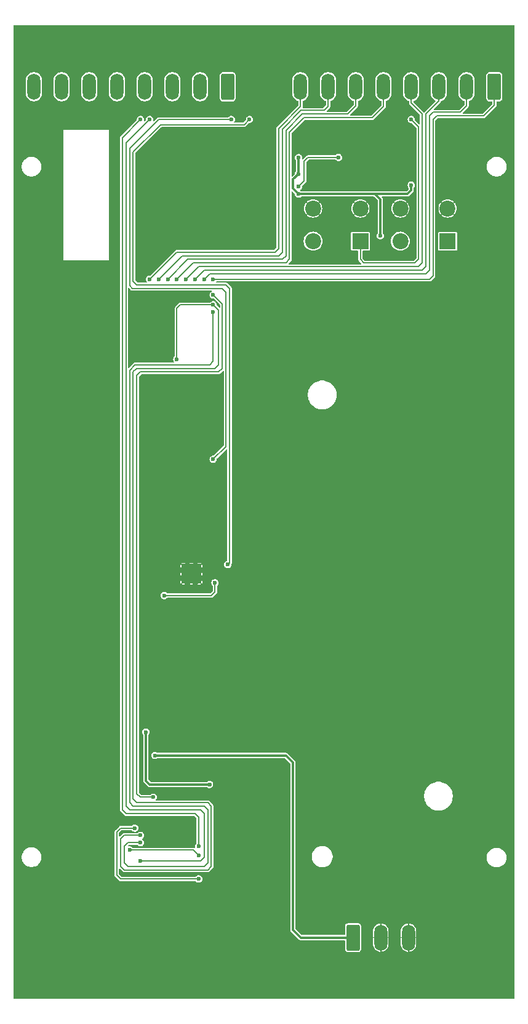
<source format=gbr>
%TF.GenerationSoftware,KiCad,Pcbnew,8.0.5-8.0.5-0~ubuntu24.04.1*%
%TF.CreationDate,2024-10-04T20:25:56+03:00*%
%TF.ProjectId,esp32-main,65737033-322d-46d6-9169-6e2e6b696361,rev?*%
%TF.SameCoordinates,Original*%
%TF.FileFunction,Copper,L2,Bot*%
%TF.FilePolarity,Positive*%
%FSLAX46Y46*%
G04 Gerber Fmt 4.6, Leading zero omitted, Abs format (unit mm)*
G04 Created by KiCad (PCBNEW 8.0.5-8.0.5-0~ubuntu24.04.1) date 2024-10-04 20:25:56*
%MOMM*%
%LPD*%
G01*
G04 APERTURE LIST*
G04 Aperture macros list*
%AMRoundRect*
0 Rectangle with rounded corners*
0 $1 Rounding radius*
0 $2 $3 $4 $5 $6 $7 $8 $9 X,Y pos of 4 corners*
0 Add a 4 corners polygon primitive as box body*
4,1,4,$2,$3,$4,$5,$6,$7,$8,$9,$2,$3,0*
0 Add four circle primitives for the rounded corners*
1,1,$1+$1,$2,$3*
1,1,$1+$1,$4,$5*
1,1,$1+$1,$6,$7*
1,1,$1+$1,$8,$9*
0 Add four rect primitives between the rounded corners*
20,1,$1+$1,$2,$3,$4,$5,0*
20,1,$1+$1,$4,$5,$6,$7,0*
20,1,$1+$1,$6,$7,$8,$9,0*
20,1,$1+$1,$8,$9,$2,$3,0*%
G04 Aperture macros list end*
%TA.AperFunction,ComponentPad*%
%ADD10R,2.200000X2.200000*%
%TD*%
%TA.AperFunction,ComponentPad*%
%ADD11C,2.200000*%
%TD*%
%TA.AperFunction,ComponentPad*%
%ADD12RoundRect,0.250000X-0.650000X-1.550000X0.650000X-1.550000X0.650000X1.550000X-0.650000X1.550000X0*%
%TD*%
%TA.AperFunction,ComponentPad*%
%ADD13O,1.800000X3.600000*%
%TD*%
%TA.AperFunction,HeatsinkPad*%
%ADD14C,0.500000*%
%TD*%
%TA.AperFunction,HeatsinkPad*%
%ADD15R,2.700000X2.700000*%
%TD*%
%TA.AperFunction,ComponentPad*%
%ADD16RoundRect,0.250000X0.650000X1.550000X-0.650000X1.550000X-0.650000X-1.550000X0.650000X-1.550000X0*%
%TD*%
%TA.AperFunction,ViaPad*%
%ADD17C,0.600000*%
%TD*%
%TA.AperFunction,Conductor*%
%ADD18C,0.300000*%
%TD*%
%TA.AperFunction,Conductor*%
%ADD19C,0.200000*%
%TD*%
G04 APERTURE END LIST*
D10*
%TO.P,S1,1*%
%TO.N,Net-(Q1-C)*%
X170250000Y-51250000D03*
D11*
%TO.P,S1,2*%
X163750000Y-51250000D03*
%TO.P,S1,3*%
%TO.N,GND*%
X170250000Y-46750000D03*
%TO.P,S1,4*%
X163750000Y-46750000D03*
%TD*%
D10*
%TO.P,S2,1*%
%TO.N,/BOOT*%
X158250000Y-51250000D03*
D11*
%TO.P,S2,2*%
X151750000Y-51250000D03*
%TO.P,S2,3*%
%TO.N,GND*%
X158250000Y-46750000D03*
%TO.P,S2,4*%
X151750000Y-46750000D03*
%TD*%
D12*
%TO.P,J5,1,Pin_1*%
%TO.N,/battery/ALT*%
X157245000Y-147067500D03*
D13*
%TO.P,J5,2,Pin_2*%
%TO.N,GND*%
X161055000Y-147067500D03*
%TO.P,J5,3,Pin_3*%
X164865000Y-147067500D03*
%TD*%
D14*
%TO.P,U4,17,PAD*%
%TO.N,GND*%
X133900000Y-95900000D03*
X133900000Y-97000000D03*
X133900000Y-98100000D03*
X135000000Y-95900000D03*
X135000000Y-97000000D03*
D15*
X135000000Y-97000000D03*
D14*
X135000000Y-98100000D03*
X136100000Y-95900000D03*
X136100000Y-97000000D03*
X136100000Y-98100000D03*
%TD*%
D16*
%TO.P,J2,1,Pin_1*%
%TO.N,/GPIO5{slash}VSPICS0*%
X140000000Y-30000000D03*
D13*
%TO.P,J2,2,Pin_2*%
%TO.N,/GPIO18{slash}VSPICLK*%
X136190000Y-30000000D03*
%TO.P,J2,3,Pin_3*%
%TO.N,/GPIO19{slash}VSPIQ*%
X132380000Y-30000000D03*
%TO.P,J2,4,Pin_4*%
%TO.N,/GPIO21{slash}VSPIHD*%
X128570000Y-30000000D03*
%TO.P,J2,5,Pin_5*%
%TO.N,/GPIO22{slash}VSPIWP*%
X124760000Y-30000000D03*
%TO.P,J2,6,Pin_6*%
%TO.N,/GPIO23{slash}VSPID*%
X120950000Y-30000000D03*
%TO.P,J2,7,Pin_7*%
%TO.N,unconnected-(J2-Pin_7-Pad7)*%
X117140000Y-30000000D03*
%TO.P,J2,8,Pin_8*%
%TO.N,unconnected-(J2-Pin_8-Pad8)*%
X113330000Y-30000000D03*
%TD*%
D16*
%TO.P,J3,1,Pin_1*%
%TO.N,/GPIO26*%
X176670000Y-30000000D03*
D13*
%TO.P,J3,2,Pin_2*%
%TO.N,/GPIO25*%
X172860000Y-30000000D03*
%TO.P,J3,3,Pin_3*%
%TO.N,/GPIO33*%
X169050000Y-30000000D03*
%TO.P,J3,4,Pin_4*%
%TO.N,/GPIO32*%
X165240000Y-30000000D03*
%TO.P,J3,5,Pin_5*%
%TO.N,/GPIO35*%
X161430000Y-30000000D03*
%TO.P,J3,6,Pin_6*%
%TO.N,/GPIO34*%
X157620000Y-30000000D03*
%TO.P,J3,7,Pin_7*%
%TO.N,/GPIO39*%
X153810000Y-30000000D03*
%TO.P,J3,8,Pin_8*%
%TO.N,/GPIO36*%
X150000000Y-30000000D03*
%TD*%
D17*
%TO.N,GND*%
X132000000Y-64000000D03*
X123000000Y-120000000D03*
X115000000Y-100000000D03*
X175000000Y-80000000D03*
X115000000Y-110000000D03*
X146000000Y-105000000D03*
X145000000Y-128000000D03*
X122000000Y-67000000D03*
X146000000Y-80000000D03*
X146000000Y-104000000D03*
X146000000Y-109000000D03*
X145000000Y-79000000D03*
X132000000Y-61000000D03*
X146000000Y-58000000D03*
X145000000Y-105000000D03*
X131000000Y-61000000D03*
X145000000Y-108000000D03*
X145000000Y-109000000D03*
X175000000Y-50000000D03*
X146000000Y-127000000D03*
X175000000Y-60000000D03*
X132000000Y-63000000D03*
X115000000Y-60000000D03*
X146000000Y-128000000D03*
X121000000Y-67000000D03*
X131000000Y-133000000D03*
X132000000Y-60000000D03*
X115000000Y-80000000D03*
X146000000Y-59000000D03*
X123000000Y-121000000D03*
X175000000Y-120000000D03*
X115000000Y-120000000D03*
X115000000Y-90000000D03*
X175000000Y-70000000D03*
X133000000Y-133000000D03*
X138750000Y-94500000D03*
X131000000Y-63000000D03*
X175000000Y-130000000D03*
X175000000Y-110000000D03*
X146000000Y-79000000D03*
X145000000Y-58000000D03*
X138750000Y-97500000D03*
X132000000Y-141000000D03*
X132000000Y-133000000D03*
X175000000Y-90000000D03*
X115000000Y-50000000D03*
X115000000Y-70000000D03*
X122000000Y-121000000D03*
X115000000Y-130000000D03*
X123000000Y-67000000D03*
X175000000Y-100000000D03*
%TO.N,+3V3*%
X149750000Y-42000000D03*
X161000000Y-50500000D03*
X149750000Y-44750000D03*
X165250000Y-43540000D03*
X149750000Y-39750000D03*
%TO.N,Net-(U3-3V3OUT)*%
X127199997Y-132000000D03*
X136000000Y-139000000D03*
%TO.N,Net-(J1-NC{slash}TDI)*%
X149750000Y-43750000D03*
X155250000Y-39730000D03*
%TO.N,/GPIO34*%
X131750000Y-56500000D03*
%TO.N,/GPIO33*%
X135500000Y-56500000D03*
%TO.N,/GPIO35*%
X133000000Y-56500000D03*
%TO.N,/GPIO39*%
X130500000Y-56500000D03*
%TO.N,/GPIO32*%
X134250000Y-56500000D03*
%TO.N,/GPIO36*%
X129250000Y-56500000D03*
%TO.N,/GPIO25*%
X136750000Y-56500000D03*
%TO.N,/GPIO26*%
X138000000Y-56500000D03*
%TO.N,/usb-uart/~{RTS}*%
X138000000Y-61000000D03*
X128000000Y-134000000D03*
%TO.N,/BOOT*%
X165250000Y-34500000D03*
%TO.N,/usb-uart/~{DTR}*%
X133000000Y-67500000D03*
X128000000Y-133000000D03*
X138000000Y-60000000D03*
%TO.N,/battery/~{SHDN}*%
X138000000Y-58650000D03*
X129750000Y-127750000D03*
%TO.N,Net-(U3-CBUS1)*%
X126500000Y-135000000D03*
X136000000Y-135750000D03*
%TO.N,Net-(U4-LBI)*%
X138250000Y-98250000D03*
X131250000Y-100000000D03*
%TO.N,/power-supply/LDO*%
X143000000Y-34500000D03*
X140000000Y-95750000D03*
%TO.N,/power-supply/PWRLED*%
X140500000Y-34500000D03*
X138000000Y-81250000D03*
%TO.N,/U0RXD*%
X128000000Y-136500000D03*
X129250000Y-34500000D03*
%TO.N,/U0TXD*%
X136000000Y-134500000D03*
X128000000Y-34500000D03*
%TO.N,+5V*%
X137500000Y-126000000D03*
X128750000Y-118800000D03*
%TO.N,/battery/ALT*%
X130000000Y-122000000D03*
%TD*%
D18*
%TO.N,+3V3*%
X161000000Y-50500000D02*
X161000000Y-45500000D01*
X149000000Y-42750000D02*
X149000000Y-44000000D01*
X149000000Y-44000000D02*
X149750000Y-44750000D01*
X149750000Y-39750000D02*
X149750000Y-42000000D01*
X149750000Y-44750000D02*
X154500000Y-44750000D01*
X161000000Y-45500000D02*
X160250000Y-44750000D01*
X165250000Y-44250000D02*
X164750000Y-44750000D01*
X165250000Y-43540000D02*
X165250000Y-44250000D01*
X149750000Y-42000000D02*
X149000000Y-42750000D01*
X160250000Y-44750000D02*
X154500000Y-44750000D01*
X164750000Y-44750000D02*
X154500000Y-44750000D01*
D19*
%TO.N,Net-(U3-3V3OUT)*%
X127199997Y-132000000D02*
X125250000Y-132000000D01*
X125250000Y-139000000D02*
X136000000Y-139000000D01*
X124750000Y-132500000D02*
X124750000Y-138500000D01*
X125250000Y-132000000D02*
X124750000Y-132500000D01*
X124750000Y-138500000D02*
X125250000Y-139000000D01*
%TO.N,Net-(J1-NC{slash}TDI)*%
X149750000Y-43750000D02*
X150500000Y-43000000D01*
X151020000Y-39730000D02*
X155250000Y-39730000D01*
X150500000Y-43000000D02*
X150500000Y-40250000D01*
X150500000Y-40250000D02*
X151020000Y-39730000D01*
%TO.N,/GPIO34*%
X156500000Y-33750000D02*
X157620000Y-32630000D01*
X131750000Y-56500000D02*
X134500000Y-53750000D01*
X148000000Y-36000000D02*
X150250000Y-33750000D01*
X147500000Y-53750000D02*
X148000000Y-53250000D01*
X148000000Y-53250000D02*
X148000000Y-36000000D01*
X134500000Y-53750000D02*
X147500000Y-53750000D01*
X150250000Y-33750000D02*
X156500000Y-33750000D01*
X157620000Y-32630000D02*
X157620000Y-30000000D01*
%TO.N,/GPIO33*%
X167250000Y-54750000D02*
X167250000Y-33750000D01*
X167250000Y-33750000D02*
X169050000Y-31950000D01*
X166750000Y-55250000D02*
X167250000Y-54750000D01*
X135500000Y-56500000D02*
X136750000Y-55250000D01*
X169050000Y-31950000D02*
X169050000Y-30000000D01*
X136750000Y-55250000D02*
X166750000Y-55250000D01*
%TO.N,/GPIO35*%
X148000000Y-54250000D02*
X148500000Y-53750000D01*
X135250000Y-54250000D02*
X148000000Y-54250000D01*
X148500000Y-53750000D02*
X148500000Y-36250000D01*
X150500000Y-34250000D02*
X159930000Y-34250000D01*
X133000000Y-56500000D02*
X135250000Y-54250000D01*
X161430000Y-32750000D02*
X161430000Y-30000000D01*
X159930000Y-34250000D02*
X161430000Y-32750000D01*
X148500000Y-36250000D02*
X150500000Y-34250000D01*
%TO.N,/GPIO39*%
X153250000Y-33250000D02*
X153810000Y-32690000D01*
X150065686Y-33250000D02*
X153250000Y-33250000D01*
X147500000Y-52750000D02*
X147500000Y-35815686D01*
X153810000Y-32690000D02*
X153810000Y-30000000D01*
X147500000Y-35815686D02*
X150065686Y-33250000D01*
X147000000Y-53250000D02*
X147500000Y-52750000D01*
X130500000Y-56500000D02*
X133750000Y-53250000D01*
X133750000Y-53250000D02*
X147000000Y-53250000D01*
%TO.N,/GPIO32*%
X134250000Y-56500000D02*
X136000000Y-54750000D01*
X166250000Y-54750000D02*
X166750000Y-54250000D01*
X166750000Y-54250000D02*
X166750000Y-33750000D01*
X166750000Y-33750000D02*
X165240000Y-32240000D01*
X165240000Y-32240000D02*
X165240000Y-30000000D01*
X136000000Y-54750000D02*
X166250000Y-54750000D01*
%TO.N,/GPIO36*%
X150000000Y-32750000D02*
X150000000Y-30000000D01*
X129250000Y-56500000D02*
X133000000Y-52750000D01*
X147000000Y-35750000D02*
X150000000Y-32750000D01*
X146500000Y-52750000D02*
X147000000Y-52250000D01*
X147000000Y-52250000D02*
X147000000Y-35750000D01*
X133000000Y-52750000D02*
X146500000Y-52750000D01*
%TO.N,/GPIO25*%
X172000000Y-33500000D02*
X172860000Y-32640000D01*
X136750000Y-56500000D02*
X137500000Y-55750000D01*
X167750000Y-55250000D02*
X167750000Y-34000000D01*
X137500000Y-55750000D02*
X167250000Y-55750000D01*
X168250000Y-33500000D02*
X172000000Y-33500000D01*
X172860000Y-32640000D02*
X172860000Y-30000000D01*
X167250000Y-55750000D02*
X167750000Y-55250000D01*
X167750000Y-34000000D02*
X168250000Y-33500000D01*
%TO.N,/GPIO26*%
X138000000Y-56500000D02*
X167750000Y-56500000D01*
X168750000Y-34000000D02*
X175250000Y-34000000D01*
X175250000Y-34000000D02*
X176670000Y-32580000D01*
X176670000Y-32580000D02*
X176670000Y-30000000D01*
X167750000Y-56500000D02*
X168250000Y-56000000D01*
X168250000Y-56000000D02*
X168250000Y-34500000D01*
X168250000Y-34500000D02*
X168750000Y-34000000D01*
%TO.N,/usb-uart/~{RTS}*%
X125750000Y-136750000D02*
X126250000Y-137250000D01*
X136750000Y-129000000D02*
X127000000Y-129000000D01*
X126500000Y-128500000D02*
X126500000Y-69000000D01*
X137250000Y-129500000D02*
X136750000Y-129000000D01*
X138000000Y-67750000D02*
X138000000Y-61000000D01*
X137500000Y-68250000D02*
X138000000Y-67750000D01*
X126250000Y-134000000D02*
X125750000Y-134500000D01*
X127000000Y-129000000D02*
X126500000Y-128500000D01*
X126500000Y-69000000D02*
X127250000Y-68250000D01*
X126250000Y-137250000D02*
X136750000Y-137250000D01*
X127250000Y-68250000D02*
X137500000Y-68250000D01*
X128000000Y-134000000D02*
X126250000Y-134000000D01*
X136750000Y-137250000D02*
X137250000Y-136750000D01*
X137250000Y-136750000D02*
X137250000Y-129500000D01*
X125750000Y-134500000D02*
X125750000Y-136750000D01*
%TO.N,/BOOT*%
X165750000Y-54250000D02*
X158750000Y-54250000D01*
X158250000Y-53750000D02*
X158250000Y-51250000D01*
X166250000Y-35500000D02*
X166250000Y-53750000D01*
X165250000Y-34500000D02*
X166250000Y-35500000D01*
X158750000Y-54250000D02*
X158250000Y-53750000D01*
X166250000Y-53750000D02*
X165750000Y-54250000D01*
%TO.N,/usb-uart/~{DTR}*%
X125750000Y-133000000D02*
X125250000Y-133500000D01*
X128000000Y-133000000D02*
X125750000Y-133000000D01*
X138750000Y-68250000D02*
X138250000Y-68750000D01*
X125250000Y-133500000D02*
X125250000Y-137250000D01*
X137250000Y-128500000D02*
X137750000Y-129000000D01*
X133000000Y-60500000D02*
X133500000Y-60000000D01*
X138000000Y-60000000D02*
X138750000Y-60750000D01*
X137750000Y-129000000D02*
X137750000Y-137250000D01*
X127000000Y-69250000D02*
X127000000Y-128000000D01*
X133000000Y-67500000D02*
X133000000Y-60500000D01*
X133500000Y-60000000D02*
X138000000Y-60000000D01*
X125750000Y-137750000D02*
X137250000Y-137750000D01*
X137250000Y-137750000D02*
X137750000Y-137250000D01*
X138750000Y-60750000D02*
X138750000Y-68250000D01*
X138250000Y-68750000D02*
X127500000Y-68750000D01*
X127000000Y-128000000D02*
X127500000Y-128500000D01*
X127000000Y-69250000D02*
X127500000Y-68750000D01*
X125250000Y-137250000D02*
X125750000Y-137750000D01*
X127500000Y-128500000D02*
X137250000Y-128500000D01*
%TO.N,/battery/~{SHDN}*%
X139250000Y-59900000D02*
X139250000Y-68750000D01*
X128000000Y-127750000D02*
X129750000Y-127750000D01*
X127500000Y-69750000D02*
X127500000Y-127250000D01*
X128000000Y-69250000D02*
X127500000Y-69750000D01*
X138000000Y-58650000D02*
X139250000Y-59900000D01*
X127500000Y-127250000D02*
X128000000Y-127750000D01*
X138750000Y-69250000D02*
X128000000Y-69250000D01*
X139250000Y-68750000D02*
X138750000Y-69250000D01*
%TO.N,Net-(U3-CBUS1)*%
X126500000Y-135000000D02*
X135250000Y-135000000D01*
X135250000Y-135000000D02*
X136000000Y-135750000D01*
%TO.N,Net-(U4-LBI)*%
X138250000Y-99500000D02*
X137750000Y-100000000D01*
X138250000Y-98250000D02*
X138250000Y-99500000D01*
X137750000Y-100000000D02*
X131250000Y-100000000D01*
%TO.N,/power-supply/LDO*%
X127000000Y-40000000D02*
X127000000Y-39750000D01*
X139750000Y-57250000D02*
X140250000Y-57750000D01*
X130750000Y-35250000D02*
X127000000Y-39000000D01*
X140250000Y-62250000D02*
X140250000Y-95500000D01*
X142250000Y-35250000D02*
X141500000Y-35250000D01*
X140250000Y-95500000D02*
X140000000Y-95750000D01*
X127000000Y-56750000D02*
X127500000Y-57250000D01*
X143000000Y-34500000D02*
X142250000Y-35250000D01*
X139500000Y-57250000D02*
X139750000Y-57250000D01*
X127500000Y-57250000D02*
X139500000Y-57250000D01*
X141500000Y-35250000D02*
X130750000Y-35250000D01*
X127000000Y-39750000D02*
X127000000Y-56750000D01*
X127000000Y-39000000D02*
X127000000Y-40000000D01*
X140250000Y-57750000D02*
X140250000Y-62250000D01*
%TO.N,/power-supply/PWRLED*%
X138000000Y-81250000D02*
X139750000Y-79500000D01*
X130500000Y-34500000D02*
X140500000Y-34500000D01*
X139750000Y-58250000D02*
X139250000Y-57750000D01*
X139750000Y-79500000D02*
X139750000Y-58250000D01*
X126875000Y-57750000D02*
X126500000Y-57375000D01*
X126500000Y-57375000D02*
X126500000Y-38500000D01*
X126500000Y-38500000D02*
X130500000Y-34500000D01*
X139250000Y-57750000D02*
X126875000Y-57750000D01*
%TO.N,/U0RXD*%
X136250000Y-129500000D02*
X126500000Y-129500000D01*
X126000000Y-129000000D02*
X126000000Y-37750000D01*
X136750000Y-130000000D02*
X136250000Y-129500000D01*
X136750000Y-136000000D02*
X136750000Y-130000000D01*
X136250000Y-136500000D02*
X136750000Y-136000000D01*
X128000000Y-136500000D02*
X136250000Y-136500000D01*
X126000000Y-37750000D02*
X129250000Y-34500000D01*
X126500000Y-129500000D02*
X126000000Y-129000000D01*
%TO.N,/U0TXD*%
X136000000Y-130500000D02*
X135500000Y-130000000D01*
X135500000Y-130000000D02*
X126000000Y-130000000D01*
X136000000Y-134500000D02*
X136000000Y-130500000D01*
X126000000Y-130000000D02*
X125500000Y-129500000D01*
X125500000Y-37000000D02*
X128000000Y-34500000D01*
X125500000Y-129500000D02*
X125500000Y-37000000D01*
D18*
%TO.N,+5V*%
X128750000Y-125500000D02*
X129250000Y-126000000D01*
X128750000Y-118800000D02*
X128750000Y-125500000D01*
X129250000Y-126000000D02*
X137500000Y-126000000D01*
%TO.N,/battery/ALT*%
X149000000Y-146000000D02*
X150067500Y-147067500D01*
X150067500Y-147067500D02*
X157245000Y-147067500D01*
X149000000Y-123000000D02*
X149000000Y-146000000D01*
X130000000Y-122000000D02*
X148000000Y-122000000D01*
X148000000Y-122000000D02*
X149000000Y-123000000D01*
%TD*%
%TA.AperFunction,Conductor*%
%TO.N,GND*%
G36*
X126426826Y-57726797D02*
G01*
X126634540Y-57934511D01*
X126690489Y-57990460D01*
X126740649Y-58019420D01*
X126749498Y-58024529D01*
X126759011Y-58030021D01*
X126759012Y-58030021D01*
X126759014Y-58030022D01*
X126797224Y-58040260D01*
X126835435Y-58050499D01*
X126835436Y-58050500D01*
X126835438Y-58050500D01*
X137755340Y-58050500D01*
X137807666Y-58072174D01*
X137829340Y-58124500D01*
X137807666Y-58176826D01*
X137793888Y-58186391D01*
X137794399Y-58187186D01*
X137668875Y-58267855D01*
X137668868Y-58267860D01*
X137574623Y-58376626D01*
X137514834Y-58507545D01*
X137494353Y-58650000D01*
X137514834Y-58792454D01*
X137574623Y-58923373D01*
X137668868Y-59032139D01*
X137668869Y-59032140D01*
X137668872Y-59032143D01*
X137789947Y-59109953D01*
X137896403Y-59141211D01*
X137928035Y-59150499D01*
X137928037Y-59150500D01*
X138044877Y-59150500D01*
X138097203Y-59172174D01*
X138927826Y-60002797D01*
X138949500Y-60055123D01*
X138949500Y-60345877D01*
X138927826Y-60398203D01*
X138875500Y-60419877D01*
X138823174Y-60398203D01*
X138521697Y-60096726D01*
X138500023Y-60044400D01*
X138500777Y-60033866D01*
X138505647Y-60000002D01*
X138505647Y-60000001D01*
X138485165Y-59857545D01*
X138485165Y-59857543D01*
X138425377Y-59726627D01*
X138331128Y-59617857D01*
X138274182Y-59581260D01*
X138210054Y-59540047D01*
X138210050Y-59540046D01*
X138071964Y-59499500D01*
X138071961Y-59499500D01*
X137928039Y-59499500D01*
X137928036Y-59499500D01*
X137789949Y-59540046D01*
X137789945Y-59540047D01*
X137668871Y-59617857D01*
X137668868Y-59617860D01*
X137620259Y-59673959D01*
X137569612Y-59699311D01*
X137564333Y-59699500D01*
X133539562Y-59699500D01*
X133460438Y-59699500D01*
X133384012Y-59719978D01*
X133384011Y-59719978D01*
X133384009Y-59719979D01*
X133384007Y-59719980D01*
X133315492Y-59759537D01*
X132815489Y-60259540D01*
X132759540Y-60315488D01*
X132719979Y-60384009D01*
X132719977Y-60384014D01*
X132699500Y-60460435D01*
X132699500Y-67057766D01*
X132677826Y-67110092D01*
X132672715Y-67114211D01*
X132672872Y-67114392D01*
X132668868Y-67117860D01*
X132574623Y-67226626D01*
X132514834Y-67357545D01*
X132494353Y-67500000D01*
X132514834Y-67642454D01*
X132514834Y-67642455D01*
X132514835Y-67642457D01*
X132545881Y-67710438D01*
X132574623Y-67773373D01*
X132621126Y-67827041D01*
X132639011Y-67880780D01*
X132613659Y-67931426D01*
X132565200Y-67949500D01*
X127210436Y-67949500D01*
X127134014Y-67969977D01*
X127134009Y-67969979D01*
X127098537Y-67990460D01*
X127065488Y-68009540D01*
X126426826Y-68648203D01*
X126374500Y-68669877D01*
X126322174Y-68648203D01*
X126300500Y-68595877D01*
X126300500Y-57779123D01*
X126322174Y-57726797D01*
X126374500Y-57705123D01*
X126426826Y-57726797D01*
G37*
%TD.AperFunction*%
%TA.AperFunction,Conductor*%
G36*
X179427826Y-21572174D02*
G01*
X179449500Y-21624500D01*
X179449500Y-155375500D01*
X179427826Y-155427826D01*
X179375500Y-155449500D01*
X110624500Y-155449500D01*
X110572174Y-155427826D01*
X110550500Y-155375500D01*
X110550500Y-135893711D01*
X111649500Y-135893711D01*
X111649500Y-136106288D01*
X111682753Y-136316240D01*
X111682756Y-136316253D01*
X111748440Y-136518406D01*
X111844948Y-136707816D01*
X111897409Y-136780022D01*
X111969896Y-136879792D01*
X112120208Y-137030104D01*
X112215656Y-137099451D01*
X112292183Y-137155051D01*
X112314267Y-137166303D01*
X112481588Y-137251557D01*
X112481590Y-137251557D01*
X112481593Y-137251559D01*
X112683746Y-137317243D01*
X112683752Y-137317244D01*
X112683757Y-137317246D01*
X112788735Y-137333873D01*
X112893711Y-137350500D01*
X112893713Y-137350500D01*
X113106289Y-137350500D01*
X113190269Y-137337198D01*
X113316243Y-137317246D01*
X113316250Y-137317243D01*
X113316253Y-137317243D01*
X113518406Y-137251559D01*
X113518406Y-137251558D01*
X113518412Y-137251557D01*
X113707816Y-137155051D01*
X113879792Y-137030104D01*
X114030104Y-136879792D01*
X114155051Y-136707816D01*
X114251557Y-136518412D01*
X114251559Y-136518406D01*
X114317243Y-136316253D01*
X114317243Y-136316250D01*
X114317246Y-136316243D01*
X114348667Y-136117860D01*
X114350500Y-136106288D01*
X114350500Y-135893711D01*
X114327738Y-135749998D01*
X114317246Y-135683757D01*
X114317244Y-135683752D01*
X114317243Y-135683746D01*
X114251559Y-135481593D01*
X114251557Y-135481590D01*
X114251557Y-135481588D01*
X114197309Y-135375121D01*
X114155051Y-135292183D01*
X114068018Y-135172393D01*
X114030104Y-135120208D01*
X113879792Y-134969896D01*
X113813146Y-134921475D01*
X113707816Y-134844948D01*
X113518406Y-134748440D01*
X113316253Y-134682756D01*
X113316240Y-134682753D01*
X113106289Y-134649500D01*
X113106287Y-134649500D01*
X112893713Y-134649500D01*
X112893711Y-134649500D01*
X112683759Y-134682753D01*
X112683746Y-134682756D01*
X112481593Y-134748440D01*
X112292183Y-134844948D01*
X112159168Y-134941590D01*
X112120208Y-134969896D01*
X111969896Y-135120208D01*
X111969893Y-135120211D01*
X111969893Y-135120212D01*
X111844948Y-135292183D01*
X111748440Y-135481593D01*
X111682756Y-135683746D01*
X111682753Y-135683759D01*
X111649500Y-135893711D01*
X110550500Y-135893711D01*
X110550500Y-132460435D01*
X124449500Y-132460435D01*
X124449500Y-138539564D01*
X124469977Y-138615985D01*
X124469979Y-138615990D01*
X124471056Y-138617855D01*
X124502288Y-138671950D01*
X124509540Y-138684511D01*
X125065489Y-139240460D01*
X125134012Y-139280022D01*
X125210438Y-139300500D01*
X125289562Y-139300500D01*
X135564333Y-139300500D01*
X135616659Y-139322174D01*
X135620259Y-139326041D01*
X135668868Y-139382139D01*
X135668871Y-139382142D01*
X135668872Y-139382143D01*
X135789947Y-139459953D01*
X135896403Y-139491211D01*
X135928035Y-139500499D01*
X135928037Y-139500500D01*
X135928039Y-139500500D01*
X136071963Y-139500500D01*
X136071964Y-139500499D01*
X136210053Y-139459953D01*
X136331128Y-139382143D01*
X136425377Y-139273373D01*
X136485165Y-139142457D01*
X136505647Y-139000000D01*
X136485165Y-138857543D01*
X136425377Y-138726627D01*
X136379740Y-138673959D01*
X136331131Y-138617860D01*
X136331129Y-138617859D01*
X136331128Y-138617857D01*
X136274182Y-138581260D01*
X136210054Y-138540047D01*
X136210050Y-138540046D01*
X136071964Y-138499500D01*
X136071961Y-138499500D01*
X135928039Y-138499500D01*
X135928036Y-138499500D01*
X135789949Y-138540046D01*
X135789945Y-138540047D01*
X135668871Y-138617857D01*
X135668868Y-138617860D01*
X135620259Y-138673959D01*
X135569612Y-138699311D01*
X135564333Y-138699500D01*
X125405123Y-138699500D01*
X125352797Y-138677826D01*
X125072174Y-138397203D01*
X125050500Y-138344877D01*
X125050500Y-137654122D01*
X125072174Y-137601796D01*
X125124500Y-137580122D01*
X125176824Y-137601795D01*
X125565489Y-137990460D01*
X125634012Y-138030022D01*
X125710438Y-138050500D01*
X125710440Y-138050500D01*
X137289564Y-138050500D01*
X137289564Y-138050499D01*
X137365989Y-138030021D01*
X137434511Y-137990460D01*
X137490460Y-137934511D01*
X137990460Y-137434511D01*
X138030022Y-137365988D01*
X138050500Y-137289562D01*
X138050500Y-137210438D01*
X138050500Y-128960438D01*
X138030022Y-128884012D01*
X137990460Y-128815489D01*
X137434511Y-128259540D01*
X137394372Y-128236366D01*
X137394370Y-128236365D01*
X137365990Y-128219979D01*
X137365985Y-128219977D01*
X137289564Y-128199500D01*
X137289562Y-128199500D01*
X130184800Y-128199500D01*
X130132474Y-128177826D01*
X130110800Y-128125500D01*
X130128874Y-128077041D01*
X130137286Y-128067332D01*
X130175377Y-128023373D01*
X130235165Y-127892457D01*
X130255647Y-127750000D01*
X130235165Y-127607543D01*
X130175377Y-127476627D01*
X130081128Y-127367857D01*
X130024182Y-127331260D01*
X129960054Y-127290047D01*
X129960050Y-127290046D01*
X129821964Y-127249500D01*
X129821961Y-127249500D01*
X129678039Y-127249500D01*
X129678036Y-127249500D01*
X129539949Y-127290046D01*
X129539945Y-127290047D01*
X129418871Y-127367857D01*
X129418868Y-127367860D01*
X129370259Y-127423959D01*
X129319612Y-127449311D01*
X129314333Y-127449500D01*
X128155123Y-127449500D01*
X128102797Y-127427826D01*
X127822174Y-127147203D01*
X127800500Y-127094877D01*
X127800500Y-118800000D01*
X128244353Y-118800000D01*
X128264834Y-118942454D01*
X128324623Y-119073373D01*
X128381426Y-119138928D01*
X128399500Y-119187387D01*
X128399500Y-125546144D01*
X128420495Y-125624500D01*
X128420496Y-125624502D01*
X128420495Y-125624502D01*
X128423384Y-125635286D01*
X128469530Y-125715212D01*
X129034788Y-126280470D01*
X129114712Y-126326614D01*
X129114713Y-126326614D01*
X129114715Y-126326615D01*
X129159284Y-126338557D01*
X129203853Y-126350499D01*
X129203854Y-126350500D01*
X129203856Y-126350500D01*
X137107659Y-126350500D01*
X137159985Y-126372174D01*
X137163578Y-126376034D01*
X137168872Y-126382143D01*
X137289947Y-126459953D01*
X137396403Y-126491211D01*
X137428035Y-126500499D01*
X137428037Y-126500500D01*
X137428039Y-126500500D01*
X137571963Y-126500500D01*
X137571964Y-126500499D01*
X137710053Y-126459953D01*
X137831128Y-126382143D01*
X137925377Y-126273373D01*
X137985165Y-126142457D01*
X138005647Y-126000000D01*
X137985165Y-125857543D01*
X137925377Y-125726627D01*
X137846232Y-125635288D01*
X137831131Y-125617860D01*
X137831129Y-125617859D01*
X137831128Y-125617857D01*
X137774182Y-125581260D01*
X137710054Y-125540047D01*
X137710050Y-125540046D01*
X137571964Y-125499500D01*
X137571961Y-125499500D01*
X137428039Y-125499500D01*
X137428036Y-125499500D01*
X137289949Y-125540046D01*
X137289945Y-125540047D01*
X137168872Y-125617857D01*
X137163585Y-125623959D01*
X137112939Y-125649311D01*
X137107659Y-125649500D01*
X129425834Y-125649500D01*
X129373508Y-125627826D01*
X129122174Y-125376492D01*
X129100500Y-125324166D01*
X129100500Y-122000000D01*
X129494353Y-122000000D01*
X129514834Y-122142454D01*
X129574623Y-122273373D01*
X129668868Y-122382139D01*
X129668869Y-122382140D01*
X129668872Y-122382143D01*
X129789947Y-122459953D01*
X129896403Y-122491211D01*
X129928035Y-122500499D01*
X129928037Y-122500500D01*
X129928039Y-122500500D01*
X130071963Y-122500500D01*
X130071964Y-122500499D01*
X130210053Y-122459953D01*
X130331128Y-122382143D01*
X130336415Y-122376040D01*
X130387061Y-122350689D01*
X130392341Y-122350500D01*
X147824166Y-122350500D01*
X147876492Y-122372174D01*
X148627826Y-123123508D01*
X148649500Y-123175834D01*
X148649500Y-146046146D01*
X148673384Y-146135284D01*
X148673386Y-146135289D01*
X148719530Y-146215212D01*
X149852288Y-147347970D01*
X149932212Y-147394114D01*
X149932213Y-147394114D01*
X149932215Y-147394115D01*
X149976784Y-147406057D01*
X150021353Y-147417999D01*
X150021354Y-147418000D01*
X150021356Y-147418000D01*
X156070500Y-147418000D01*
X156122826Y-147439674D01*
X156144500Y-147492000D01*
X156144500Y-148671766D01*
X156147354Y-148702199D01*
X156147354Y-148702201D01*
X156147355Y-148702204D01*
X156192206Y-148830381D01*
X156192207Y-148830383D01*
X156272846Y-148939646D01*
X156272853Y-148939653D01*
X156382116Y-149020292D01*
X156382118Y-149020293D01*
X156510295Y-149065144D01*
X156510301Y-149065146D01*
X156540734Y-149068000D01*
X156540741Y-149068000D01*
X157949258Y-149068000D01*
X157949266Y-149068000D01*
X157979699Y-149065146D01*
X158107882Y-149020293D01*
X158217150Y-148939650D01*
X158297793Y-148830382D01*
X158342646Y-148702199D01*
X158345500Y-148671766D01*
X158345500Y-146064084D01*
X160005000Y-146064084D01*
X160005000Y-146992500D01*
X160455000Y-146992500D01*
X160455000Y-147142500D01*
X160005000Y-147142500D01*
X160005000Y-148070915D01*
X160045348Y-148273767D01*
X160045350Y-148273774D01*
X160124500Y-148464858D01*
X160239410Y-148636835D01*
X160385664Y-148783089D01*
X160557641Y-148897999D01*
X160748725Y-148977149D01*
X160748732Y-148977151D01*
X160951584Y-149017500D01*
X160980000Y-149017500D01*
X160980000Y-147667500D01*
X161130000Y-147667500D01*
X161130000Y-149017500D01*
X161158416Y-149017500D01*
X161361267Y-148977151D01*
X161361274Y-148977149D01*
X161552358Y-148897999D01*
X161724335Y-148783089D01*
X161724337Y-148783088D01*
X161870588Y-148636837D01*
X161870589Y-148636835D01*
X161985499Y-148464858D01*
X162064649Y-148273774D01*
X162064651Y-148273767D01*
X162105000Y-148070915D01*
X162105000Y-147142500D01*
X161655000Y-147142500D01*
X161655000Y-146992500D01*
X162105000Y-146992500D01*
X162105000Y-146064084D01*
X163815000Y-146064084D01*
X163815000Y-146992500D01*
X164265000Y-146992500D01*
X164265000Y-147142500D01*
X163815000Y-147142500D01*
X163815000Y-148070915D01*
X163855348Y-148273767D01*
X163855350Y-148273774D01*
X163934500Y-148464858D01*
X164049410Y-148636835D01*
X164195664Y-148783089D01*
X164367641Y-148897999D01*
X164558725Y-148977149D01*
X164558732Y-148977151D01*
X164761584Y-149017500D01*
X164790000Y-149017500D01*
X164790000Y-147667500D01*
X164940000Y-147667500D01*
X164940000Y-149017500D01*
X164968416Y-149017500D01*
X165171267Y-148977151D01*
X165171274Y-148977149D01*
X165362358Y-148897999D01*
X165534335Y-148783089D01*
X165534337Y-148783088D01*
X165680588Y-148636837D01*
X165680589Y-148636835D01*
X165795499Y-148464858D01*
X165874649Y-148273774D01*
X165874651Y-148273767D01*
X165915000Y-148070915D01*
X165915000Y-147142500D01*
X165465000Y-147142500D01*
X165465000Y-146992500D01*
X165915000Y-146992500D01*
X165915000Y-146064084D01*
X165874651Y-145861232D01*
X165874649Y-145861225D01*
X165795499Y-145670141D01*
X165680589Y-145498164D01*
X165534335Y-145351910D01*
X165362358Y-145237000D01*
X165171274Y-145157850D01*
X165171267Y-145157848D01*
X164968416Y-145117500D01*
X164940000Y-145117500D01*
X164940000Y-146467500D01*
X164790000Y-146467500D01*
X164790000Y-145117500D01*
X164761584Y-145117500D01*
X164558732Y-145157848D01*
X164558725Y-145157850D01*
X164367641Y-145237000D01*
X164195664Y-145351910D01*
X164195663Y-145351912D01*
X164049412Y-145498163D01*
X164049410Y-145498164D01*
X163934500Y-145670141D01*
X163855350Y-145861225D01*
X163855348Y-145861232D01*
X163815000Y-146064084D01*
X162105000Y-146064084D01*
X162064651Y-145861232D01*
X162064649Y-145861225D01*
X161985499Y-145670141D01*
X161870589Y-145498164D01*
X161724335Y-145351910D01*
X161552358Y-145237000D01*
X161361274Y-145157850D01*
X161361267Y-145157848D01*
X161158416Y-145117500D01*
X161130000Y-145117500D01*
X161130000Y-146467500D01*
X160980000Y-146467500D01*
X160980000Y-145117500D01*
X160951584Y-145117500D01*
X160748732Y-145157848D01*
X160748725Y-145157850D01*
X160557641Y-145237000D01*
X160385664Y-145351910D01*
X160385663Y-145351912D01*
X160239412Y-145498163D01*
X160239410Y-145498164D01*
X160124500Y-145670141D01*
X160045350Y-145861225D01*
X160045348Y-145861232D01*
X160005000Y-146064084D01*
X158345500Y-146064084D01*
X158345500Y-145463234D01*
X158342646Y-145432801D01*
X158297793Y-145304618D01*
X158297792Y-145304616D01*
X158217153Y-145195353D01*
X158217146Y-145195346D01*
X158107883Y-145114707D01*
X158107881Y-145114706D01*
X157979704Y-145069855D01*
X157979705Y-145069855D01*
X157979700Y-145069854D01*
X157979699Y-145069854D01*
X157949266Y-145067000D01*
X156540734Y-145067000D01*
X156510301Y-145069854D01*
X156510299Y-145069854D01*
X156510295Y-145069855D01*
X156382118Y-145114706D01*
X156382116Y-145114707D01*
X156272853Y-145195346D01*
X156272846Y-145195353D01*
X156192207Y-145304616D01*
X156192206Y-145304618D01*
X156147355Y-145432795D01*
X156147354Y-145432799D01*
X156147354Y-145432801D01*
X156144500Y-145463234D01*
X156144500Y-145463240D01*
X156144500Y-146643000D01*
X156122826Y-146695326D01*
X156070500Y-146717000D01*
X150243334Y-146717000D01*
X150191008Y-146695326D01*
X149372174Y-145876492D01*
X149350500Y-145824166D01*
X149350500Y-135816236D01*
X151554500Y-135816236D01*
X151554500Y-136043763D01*
X151590092Y-136268486D01*
X151590095Y-136268499D01*
X151660399Y-136484873D01*
X151763696Y-136687606D01*
X151865001Y-136827041D01*
X151897434Y-136871680D01*
X152058320Y-137032566D01*
X152242393Y-137166303D01*
X152445121Y-137269598D01*
X152445123Y-137269598D01*
X152445126Y-137269600D01*
X152661500Y-137339904D01*
X152661506Y-137339905D01*
X152661511Y-137339907D01*
X152811328Y-137363635D01*
X152886236Y-137375500D01*
X152886237Y-137375500D01*
X153113764Y-137375500D01*
X153173820Y-137365988D01*
X153338489Y-137339907D01*
X153338496Y-137339904D01*
X153338499Y-137339904D01*
X153554873Y-137269600D01*
X153554873Y-137269599D01*
X153554879Y-137269598D01*
X153757607Y-137166303D01*
X153941680Y-137032566D01*
X154102566Y-136871680D01*
X154236303Y-136687607D01*
X154339598Y-136484879D01*
X154409907Y-136268489D01*
X154445500Y-136043763D01*
X154445500Y-135943711D01*
X175649500Y-135943711D01*
X175649500Y-136156288D01*
X175682753Y-136366240D01*
X175682756Y-136366253D01*
X175748440Y-136568406D01*
X175844948Y-136757816D01*
X175921475Y-136863146D01*
X175969896Y-136929792D01*
X176120208Y-137080104D01*
X176182731Y-137125529D01*
X176292183Y-137205051D01*
X176383457Y-137251557D01*
X176481588Y-137301557D01*
X176481590Y-137301557D01*
X176481593Y-137301559D01*
X176683746Y-137367243D01*
X176683752Y-137367244D01*
X176683757Y-137367246D01*
X176788735Y-137383873D01*
X176893711Y-137400500D01*
X176893713Y-137400500D01*
X177106289Y-137400500D01*
X177190269Y-137387198D01*
X177316243Y-137367246D01*
X177316250Y-137367243D01*
X177316253Y-137367243D01*
X177518406Y-137301559D01*
X177518406Y-137301558D01*
X177518412Y-137301557D01*
X177707816Y-137205051D01*
X177879792Y-137080104D01*
X178030104Y-136929792D01*
X178155051Y-136757816D01*
X178251557Y-136568412D01*
X178317246Y-136366243D01*
X178350500Y-136156287D01*
X178350500Y-135943713D01*
X178342580Y-135893711D01*
X178330309Y-135816236D01*
X178317246Y-135733757D01*
X178317244Y-135733752D01*
X178317243Y-135733746D01*
X178251559Y-135531593D01*
X178251557Y-135531590D01*
X178251557Y-135531588D01*
X178201565Y-135433474D01*
X178155051Y-135342183D01*
X178088300Y-135250309D01*
X178030104Y-135170208D01*
X177879792Y-135019896D01*
X177797287Y-134959953D01*
X177707816Y-134894948D01*
X177518406Y-134798440D01*
X177316253Y-134732756D01*
X177316240Y-134732753D01*
X177106289Y-134699500D01*
X177106287Y-134699500D01*
X176893713Y-134699500D01*
X176893711Y-134699500D01*
X176683759Y-134732753D01*
X176683746Y-134732756D01*
X176481593Y-134798440D01*
X176292183Y-134894948D01*
X176146904Y-135000500D01*
X176120208Y-135019896D01*
X175969896Y-135170208D01*
X175969893Y-135170211D01*
X175969893Y-135170212D01*
X175844948Y-135342183D01*
X175748440Y-135531593D01*
X175682756Y-135733746D01*
X175682753Y-135733759D01*
X175649500Y-135943711D01*
X154445500Y-135943711D01*
X154445500Y-135816237D01*
X154409907Y-135591511D01*
X154409905Y-135591506D01*
X154409904Y-135591500D01*
X154339600Y-135375126D01*
X154339598Y-135375123D01*
X154339598Y-135375121D01*
X154236303Y-135172393D01*
X154102566Y-134988320D01*
X153941680Y-134827434D01*
X153941677Y-134827431D01*
X153941675Y-134827430D01*
X153757606Y-134693696D01*
X153554873Y-134590399D01*
X153338499Y-134520095D01*
X153338486Y-134520092D01*
X153113764Y-134484500D01*
X153113763Y-134484500D01*
X152886237Y-134484500D01*
X152886236Y-134484500D01*
X152661513Y-134520092D01*
X152661500Y-134520095D01*
X152445126Y-134590399D01*
X152242393Y-134693696D01*
X152058324Y-134827430D01*
X151897430Y-134988324D01*
X151763696Y-135172393D01*
X151660399Y-135375126D01*
X151590095Y-135591500D01*
X151590092Y-135591513D01*
X151554500Y-135816236D01*
X149350500Y-135816236D01*
X149350500Y-127470519D01*
X167024500Y-127470519D01*
X167024500Y-127729481D01*
X167033399Y-127797081D01*
X167058300Y-127986226D01*
X167125324Y-128236365D01*
X167224424Y-128475612D01*
X167224425Y-128475615D01*
X167353904Y-128699880D01*
X167353908Y-128699886D01*
X167511553Y-128905333D01*
X167694666Y-129088446D01*
X167900113Y-129246091D01*
X167900119Y-129246095D01*
X167994352Y-129300500D01*
X168124384Y-129375574D01*
X168363634Y-129474675D01*
X168613772Y-129541699D01*
X168870519Y-129575500D01*
X168870521Y-129575500D01*
X169129479Y-129575500D01*
X169129481Y-129575500D01*
X169386228Y-129541699D01*
X169636366Y-129474675D01*
X169875616Y-129375574D01*
X170099884Y-129246093D01*
X170305333Y-129088447D01*
X170488447Y-128905333D01*
X170646093Y-128699884D01*
X170775574Y-128475616D01*
X170874675Y-128236366D01*
X170941699Y-127986228D01*
X170975500Y-127729481D01*
X170975500Y-127470519D01*
X170941699Y-127213772D01*
X170874675Y-126963634D01*
X170775574Y-126724384D01*
X170646093Y-126500116D01*
X170488447Y-126294667D01*
X170305333Y-126111553D01*
X170159954Y-126000000D01*
X170099886Y-125953908D01*
X170099880Y-125953904D01*
X169875615Y-125824425D01*
X169875612Y-125824424D01*
X169636365Y-125725324D01*
X169386226Y-125658300D01*
X169197081Y-125633399D01*
X169129481Y-125624500D01*
X168870519Y-125624500D01*
X168810783Y-125632364D01*
X168613773Y-125658300D01*
X168363634Y-125725324D01*
X168124387Y-125824424D01*
X168124384Y-125824425D01*
X167900119Y-125953904D01*
X167900113Y-125953908D01*
X167694666Y-126111553D01*
X167511553Y-126294666D01*
X167353908Y-126500113D01*
X167353904Y-126500119D01*
X167224425Y-126724384D01*
X167224424Y-126724387D01*
X167125324Y-126963634D01*
X167058300Y-127213773D01*
X167038015Y-127367860D01*
X167024500Y-127470519D01*
X149350500Y-127470519D01*
X149350500Y-122953854D01*
X149350499Y-122953853D01*
X149326615Y-122864715D01*
X149326613Y-122864710D01*
X149280469Y-122784787D01*
X148215212Y-121719530D01*
X148135289Y-121673386D01*
X148133327Y-121672860D01*
X148129929Y-121671950D01*
X148046146Y-121649500D01*
X148046144Y-121649500D01*
X130392341Y-121649500D01*
X130340015Y-121627826D01*
X130336415Y-121623959D01*
X130331128Y-121617857D01*
X130270590Y-121578952D01*
X130210054Y-121540047D01*
X130210050Y-121540046D01*
X130071964Y-121499500D01*
X130071961Y-121499500D01*
X129928039Y-121499500D01*
X129928036Y-121499500D01*
X129789949Y-121540046D01*
X129789945Y-121540047D01*
X129668875Y-121617855D01*
X129668868Y-121617860D01*
X129574623Y-121726626D01*
X129514834Y-121857545D01*
X129494353Y-122000000D01*
X129100500Y-122000000D01*
X129100500Y-119187387D01*
X129118574Y-119138928D01*
X129137766Y-119116778D01*
X129175377Y-119073373D01*
X129235165Y-118942457D01*
X129255647Y-118800000D01*
X129235165Y-118657543D01*
X129175377Y-118526627D01*
X129081128Y-118417857D01*
X129024182Y-118381260D01*
X128960054Y-118340047D01*
X128960050Y-118340046D01*
X128821964Y-118299500D01*
X128821961Y-118299500D01*
X128678039Y-118299500D01*
X128678036Y-118299500D01*
X128539949Y-118340046D01*
X128539945Y-118340047D01*
X128418875Y-118417855D01*
X128418868Y-118417860D01*
X128324623Y-118526626D01*
X128264834Y-118657545D01*
X128244353Y-118800000D01*
X127800500Y-118800000D01*
X127800500Y-100000000D01*
X130744353Y-100000000D01*
X130764834Y-100142454D01*
X130824623Y-100273373D01*
X130918868Y-100382139D01*
X130918869Y-100382140D01*
X130918872Y-100382143D01*
X131039947Y-100459953D01*
X131146403Y-100491211D01*
X131178035Y-100500499D01*
X131178037Y-100500500D01*
X131178039Y-100500500D01*
X131321963Y-100500500D01*
X131321964Y-100500499D01*
X131460053Y-100459953D01*
X131581128Y-100382143D01*
X131629741Y-100326041D01*
X131680388Y-100300689D01*
X131685667Y-100300500D01*
X137789564Y-100300500D01*
X137789564Y-100300499D01*
X137865989Y-100280021D01*
X137934511Y-100240460D01*
X137990460Y-100184511D01*
X138490460Y-99684511D01*
X138530022Y-99615988D01*
X138550500Y-99539562D01*
X138550500Y-99460438D01*
X138550500Y-98692233D01*
X138572174Y-98639907D01*
X138577288Y-98635787D01*
X138577131Y-98635606D01*
X138581131Y-98632140D01*
X138608082Y-98601035D01*
X138675377Y-98523373D01*
X138735165Y-98392457D01*
X138755647Y-98250000D01*
X138735165Y-98107543D01*
X138675377Y-97976627D01*
X138651814Y-97949434D01*
X138581131Y-97867860D01*
X138581129Y-97867859D01*
X138581128Y-97867857D01*
X138524182Y-97831260D01*
X138460054Y-97790047D01*
X138460050Y-97790046D01*
X138321964Y-97749500D01*
X138321961Y-97749500D01*
X138178039Y-97749500D01*
X138178036Y-97749500D01*
X138039949Y-97790046D01*
X138039945Y-97790047D01*
X137918875Y-97867855D01*
X137918868Y-97867860D01*
X137824623Y-97976626D01*
X137764834Y-98107545D01*
X137744353Y-98250000D01*
X137764834Y-98392454D01*
X137764834Y-98392455D01*
X137764835Y-98392457D01*
X137807173Y-98485163D01*
X137824623Y-98523373D01*
X137918868Y-98632140D01*
X137922869Y-98635606D01*
X137920946Y-98637825D01*
X137947803Y-98676476D01*
X137949500Y-98692233D01*
X137949500Y-99344877D01*
X137927826Y-99397203D01*
X137647203Y-99677826D01*
X137594877Y-99699500D01*
X131685667Y-99699500D01*
X131633341Y-99677826D01*
X131629741Y-99673959D01*
X131581131Y-99617860D01*
X131581128Y-99617857D01*
X131460054Y-99540047D01*
X131460050Y-99540046D01*
X131321964Y-99499500D01*
X131321961Y-99499500D01*
X131178039Y-99499500D01*
X131178036Y-99499500D01*
X131039949Y-99540046D01*
X131039945Y-99540047D01*
X130918875Y-99617855D01*
X130918868Y-99617860D01*
X130824623Y-99726626D01*
X130764834Y-99857545D01*
X130744353Y-100000000D01*
X127800500Y-100000000D01*
X127800500Y-98100000D01*
X133495014Y-98100000D01*
X133514835Y-98225148D01*
X133514836Y-98225152D01*
X133566798Y-98327133D01*
X133754128Y-98139803D01*
X133772836Y-98184968D01*
X133815032Y-98227164D01*
X133860194Y-98245870D01*
X133672864Y-98433200D01*
X133672865Y-98433201D01*
X133774847Y-98485163D01*
X133774851Y-98485164D01*
X133900000Y-98504985D01*
X134025145Y-98485165D01*
X134127133Y-98433199D01*
X133939805Y-98245871D01*
X133984968Y-98227164D01*
X134027164Y-98184968D01*
X134045871Y-98139805D01*
X134233199Y-98327133D01*
X134285165Y-98225145D01*
X134304985Y-98100000D01*
X134595014Y-98100000D01*
X134614835Y-98225148D01*
X134614836Y-98225152D01*
X134666798Y-98327133D01*
X134854128Y-98139803D01*
X134872836Y-98184968D01*
X134915032Y-98227164D01*
X134960194Y-98245870D01*
X134772864Y-98433200D01*
X134772865Y-98433201D01*
X134874847Y-98485163D01*
X134874851Y-98485164D01*
X135000000Y-98504985D01*
X135125145Y-98485165D01*
X135227133Y-98433199D01*
X135039805Y-98245871D01*
X135084968Y-98227164D01*
X135127164Y-98184968D01*
X135145871Y-98139805D01*
X135333199Y-98327133D01*
X135385165Y-98225145D01*
X135404985Y-98100000D01*
X135695014Y-98100000D01*
X135714835Y-98225148D01*
X135714836Y-98225152D01*
X135766798Y-98327133D01*
X135954128Y-98139803D01*
X135972836Y-98184968D01*
X136015032Y-98227164D01*
X136060194Y-98245870D01*
X135872864Y-98433200D01*
X135872865Y-98433201D01*
X135974847Y-98485163D01*
X135974851Y-98485164D01*
X136100000Y-98504985D01*
X136225145Y-98485165D01*
X136327133Y-98433199D01*
X136139805Y-98245871D01*
X136184968Y-98227164D01*
X136227164Y-98184968D01*
X136245871Y-98139805D01*
X136433199Y-98327133D01*
X136485165Y-98225145D01*
X136504985Y-98100000D01*
X136485164Y-97974851D01*
X136485163Y-97974847D01*
X136433201Y-97872865D01*
X136433200Y-97872864D01*
X136245870Y-98060194D01*
X136227164Y-98015032D01*
X136184968Y-97972836D01*
X136139803Y-97954128D01*
X136327133Y-97766798D01*
X136225152Y-97714836D01*
X136225148Y-97714835D01*
X136100000Y-97695014D01*
X135974851Y-97714835D01*
X135872865Y-97766799D01*
X136060194Y-97954128D01*
X136015032Y-97972836D01*
X135972836Y-98015032D01*
X135954128Y-98060195D01*
X135766798Y-97872865D01*
X135714835Y-97974851D01*
X135695014Y-98100000D01*
X135404985Y-98100000D01*
X135385164Y-97974851D01*
X135385163Y-97974847D01*
X135333201Y-97872865D01*
X135333200Y-97872864D01*
X135145870Y-98060194D01*
X135127164Y-98015032D01*
X135084968Y-97972836D01*
X135039803Y-97954128D01*
X135227133Y-97766798D01*
X135125152Y-97714836D01*
X135125148Y-97714835D01*
X135000000Y-97695014D01*
X134874851Y-97714835D01*
X134772865Y-97766799D01*
X134960194Y-97954128D01*
X134915032Y-97972836D01*
X134872836Y-98015032D01*
X134854128Y-98060194D01*
X134666799Y-97872865D01*
X134614835Y-97974851D01*
X134595014Y-98100000D01*
X134304985Y-98100000D01*
X134285164Y-97974851D01*
X134285163Y-97974847D01*
X134233201Y-97872865D01*
X134233200Y-97872864D01*
X134045870Y-98060194D01*
X134027164Y-98015032D01*
X133984968Y-97972836D01*
X133939803Y-97954128D01*
X134127133Y-97766798D01*
X134025152Y-97714836D01*
X134025148Y-97714835D01*
X133900000Y-97695014D01*
X133774851Y-97714835D01*
X133672865Y-97766799D01*
X133860194Y-97954128D01*
X133815032Y-97972836D01*
X133772836Y-98015032D01*
X133754128Y-98060195D01*
X133566798Y-97872865D01*
X133514835Y-97974851D01*
X133495014Y-98100000D01*
X127800500Y-98100000D01*
X127800500Y-97000000D01*
X133495014Y-97000000D01*
X133514835Y-97125148D01*
X133514836Y-97125152D01*
X133566798Y-97227133D01*
X133754128Y-97039803D01*
X133772836Y-97084968D01*
X133815032Y-97127164D01*
X133860194Y-97145870D01*
X133672864Y-97333200D01*
X133672865Y-97333201D01*
X133774847Y-97385163D01*
X133774851Y-97385164D01*
X133900000Y-97404985D01*
X134025145Y-97385165D01*
X134127133Y-97333199D01*
X133939805Y-97145871D01*
X133984968Y-97127164D01*
X134027164Y-97084968D01*
X134045871Y-97039805D01*
X134233199Y-97227133D01*
X134285165Y-97125145D01*
X134304985Y-97000000D01*
X134595014Y-97000000D01*
X134614835Y-97125148D01*
X134614836Y-97125152D01*
X134666798Y-97227133D01*
X134854128Y-97039803D01*
X134872836Y-97084968D01*
X134915032Y-97127164D01*
X134960194Y-97145870D01*
X134772864Y-97333200D01*
X134772865Y-97333201D01*
X134874847Y-97385163D01*
X134874851Y-97385164D01*
X135000000Y-97404985D01*
X135125145Y-97385165D01*
X135227133Y-97333199D01*
X135039805Y-97145871D01*
X135084968Y-97127164D01*
X135127164Y-97084968D01*
X135145871Y-97039805D01*
X135333199Y-97227133D01*
X135385165Y-97125145D01*
X135404985Y-97000000D01*
X135695014Y-97000000D01*
X135714835Y-97125148D01*
X135714836Y-97125152D01*
X135766798Y-97227133D01*
X135954128Y-97039803D01*
X135972836Y-97084968D01*
X136015032Y-97127164D01*
X136060194Y-97145870D01*
X135872864Y-97333200D01*
X135872865Y-97333201D01*
X135974847Y-97385163D01*
X135974851Y-97385164D01*
X136100000Y-97404985D01*
X136225145Y-97385165D01*
X136327133Y-97333199D01*
X136139805Y-97145871D01*
X136184968Y-97127164D01*
X136227164Y-97084968D01*
X136245871Y-97039805D01*
X136433199Y-97227133D01*
X136485165Y-97125145D01*
X136504985Y-97000000D01*
X136485164Y-96874851D01*
X136485163Y-96874847D01*
X136433201Y-96772865D01*
X136433200Y-96772864D01*
X136245870Y-96960194D01*
X136227164Y-96915032D01*
X136184968Y-96872836D01*
X136139803Y-96854128D01*
X136327133Y-96666798D01*
X136225152Y-96614836D01*
X136225148Y-96614835D01*
X136100000Y-96595014D01*
X135974851Y-96614835D01*
X135872865Y-96666799D01*
X136060194Y-96854128D01*
X136015032Y-96872836D01*
X135972836Y-96915032D01*
X135954128Y-96960195D01*
X135766798Y-96772865D01*
X135714835Y-96874851D01*
X135695014Y-97000000D01*
X135404985Y-97000000D01*
X135385164Y-96874851D01*
X135385163Y-96874847D01*
X135333201Y-96772865D01*
X135333200Y-96772864D01*
X135145870Y-96960194D01*
X135127164Y-96915032D01*
X135084968Y-96872836D01*
X135039803Y-96854128D01*
X135227133Y-96666798D01*
X135125152Y-96614836D01*
X135125148Y-96614835D01*
X135000000Y-96595014D01*
X134874851Y-96614835D01*
X134772865Y-96666799D01*
X134960194Y-96854128D01*
X134915032Y-96872836D01*
X134872836Y-96915032D01*
X134854128Y-96960194D01*
X134666799Y-96772865D01*
X134614835Y-96874851D01*
X134595014Y-97000000D01*
X134304985Y-97000000D01*
X134285164Y-96874851D01*
X134285163Y-96874847D01*
X134233201Y-96772865D01*
X134233200Y-96772864D01*
X134045870Y-96960194D01*
X134027164Y-96915032D01*
X133984968Y-96872836D01*
X133939803Y-96854128D01*
X134127133Y-96666798D01*
X134025152Y-96614836D01*
X134025148Y-96614835D01*
X133900000Y-96595014D01*
X133774851Y-96614835D01*
X133672865Y-96666799D01*
X133860194Y-96854128D01*
X133815032Y-96872836D01*
X133772836Y-96915032D01*
X133754128Y-96960195D01*
X133566798Y-96772865D01*
X133514835Y-96874851D01*
X133495014Y-97000000D01*
X127800500Y-97000000D01*
X127800500Y-95900000D01*
X133495014Y-95900000D01*
X133514835Y-96025148D01*
X133514836Y-96025152D01*
X133566798Y-96127133D01*
X133754128Y-95939803D01*
X133772836Y-95984968D01*
X133815032Y-96027164D01*
X133860194Y-96045870D01*
X133672864Y-96233200D01*
X133672865Y-96233201D01*
X133774847Y-96285163D01*
X133774851Y-96285164D01*
X133900000Y-96304985D01*
X134025145Y-96285165D01*
X134127133Y-96233199D01*
X133939805Y-96045871D01*
X133984968Y-96027164D01*
X134027164Y-95984968D01*
X134045871Y-95939805D01*
X134233199Y-96127133D01*
X134285165Y-96025145D01*
X134304985Y-95900000D01*
X134595014Y-95900000D01*
X134614835Y-96025148D01*
X134614836Y-96025152D01*
X134666798Y-96127133D01*
X134854128Y-95939803D01*
X134872836Y-95984968D01*
X134915032Y-96027164D01*
X134960194Y-96045870D01*
X134772864Y-96233200D01*
X134772865Y-96233201D01*
X134874847Y-96285163D01*
X134874851Y-96285164D01*
X135000000Y-96304985D01*
X135125145Y-96285165D01*
X135227133Y-96233199D01*
X135039805Y-96045871D01*
X135084968Y-96027164D01*
X135127164Y-95984968D01*
X135145871Y-95939805D01*
X135333199Y-96127133D01*
X135385165Y-96025145D01*
X135404985Y-95900000D01*
X135695014Y-95900000D01*
X135714835Y-96025148D01*
X135714836Y-96025152D01*
X135766798Y-96127133D01*
X135954128Y-95939803D01*
X135972836Y-95984968D01*
X136015032Y-96027164D01*
X136060194Y-96045870D01*
X135872864Y-96233200D01*
X135872865Y-96233201D01*
X135974847Y-96285163D01*
X135974851Y-96285164D01*
X136100000Y-96304985D01*
X136225145Y-96285165D01*
X136327133Y-96233199D01*
X136139805Y-96045871D01*
X136184968Y-96027164D01*
X136227164Y-95984968D01*
X136245871Y-95939805D01*
X136433199Y-96127133D01*
X136485165Y-96025145D01*
X136504985Y-95900000D01*
X136485164Y-95774851D01*
X136485163Y-95774847D01*
X136433201Y-95672865D01*
X136433200Y-95672864D01*
X136245870Y-95860194D01*
X136227164Y-95815032D01*
X136184968Y-95772836D01*
X136139803Y-95754128D01*
X136327133Y-95566798D01*
X136225152Y-95514836D01*
X136225148Y-95514835D01*
X136100000Y-95495014D01*
X135974851Y-95514835D01*
X135872865Y-95566799D01*
X136060194Y-95754128D01*
X136015032Y-95772836D01*
X135972836Y-95815032D01*
X135954128Y-95860195D01*
X135766798Y-95672865D01*
X135714835Y-95774851D01*
X135695014Y-95900000D01*
X135404985Y-95900000D01*
X135385164Y-95774851D01*
X135385163Y-95774847D01*
X135333201Y-95672865D01*
X135333200Y-95672864D01*
X135145870Y-95860194D01*
X135127164Y-95815032D01*
X135084968Y-95772836D01*
X135039803Y-95754128D01*
X135227133Y-95566798D01*
X135125152Y-95514836D01*
X135125148Y-95514835D01*
X135000000Y-95495014D01*
X134874851Y-95514835D01*
X134772865Y-95566799D01*
X134960194Y-95754128D01*
X134915032Y-95772836D01*
X134872836Y-95815032D01*
X134854128Y-95860194D01*
X134666799Y-95672865D01*
X134614835Y-95774851D01*
X134595014Y-95900000D01*
X134304985Y-95900000D01*
X134285164Y-95774851D01*
X134285163Y-95774847D01*
X134233201Y-95672865D01*
X134233200Y-95672864D01*
X134045870Y-95860194D01*
X134027164Y-95815032D01*
X133984968Y-95772836D01*
X133939803Y-95754128D01*
X134127133Y-95566798D01*
X134025152Y-95514836D01*
X134025148Y-95514835D01*
X133900000Y-95495014D01*
X133774851Y-95514835D01*
X133672865Y-95566799D01*
X133860194Y-95754128D01*
X133815032Y-95772836D01*
X133772836Y-95815032D01*
X133754128Y-95860195D01*
X133566798Y-95672865D01*
X133514835Y-95774851D01*
X133495014Y-95900000D01*
X127800500Y-95900000D01*
X127800500Y-69905123D01*
X127822174Y-69852797D01*
X128102797Y-69572174D01*
X128155123Y-69550500D01*
X138789564Y-69550500D01*
X138789564Y-69550499D01*
X138865989Y-69530021D01*
X138934511Y-69490460D01*
X138990460Y-69434511D01*
X139323174Y-69101797D01*
X139375500Y-69080123D01*
X139427826Y-69101797D01*
X139449500Y-69154123D01*
X139449500Y-79344876D01*
X139427826Y-79397202D01*
X138097202Y-80727826D01*
X138044876Y-80749500D01*
X137928036Y-80749500D01*
X137789949Y-80790046D01*
X137789945Y-80790047D01*
X137668875Y-80867855D01*
X137668868Y-80867860D01*
X137574623Y-80976626D01*
X137514834Y-81107545D01*
X137494353Y-81250000D01*
X137514834Y-81392454D01*
X137574623Y-81523373D01*
X137668868Y-81632139D01*
X137668869Y-81632140D01*
X137668872Y-81632143D01*
X137789947Y-81709953D01*
X137896403Y-81741211D01*
X137928035Y-81750499D01*
X137928037Y-81750500D01*
X137928039Y-81750500D01*
X138071963Y-81750500D01*
X138071964Y-81750499D01*
X138210053Y-81709953D01*
X138331128Y-81632143D01*
X138425377Y-81523373D01*
X138485165Y-81392457D01*
X138505647Y-81250000D01*
X138500776Y-81216128D01*
X138514782Y-81161253D01*
X138521690Y-81153279D01*
X139823175Y-79851795D01*
X139875500Y-79830122D01*
X139927826Y-79851796D01*
X139949500Y-79904122D01*
X139949500Y-95187802D01*
X139927826Y-95240128D01*
X139896349Y-95258804D01*
X139789947Y-95290046D01*
X139789945Y-95290047D01*
X139668875Y-95367855D01*
X139668868Y-95367860D01*
X139574623Y-95476626D01*
X139514834Y-95607545D01*
X139494353Y-95750000D01*
X139514834Y-95892454D01*
X139514834Y-95892455D01*
X139514835Y-95892457D01*
X139518280Y-95900000D01*
X139574623Y-96023373D01*
X139668868Y-96132139D01*
X139668869Y-96132140D01*
X139668872Y-96132143D01*
X139789947Y-96209953D01*
X139896403Y-96241211D01*
X139928035Y-96250499D01*
X139928037Y-96250500D01*
X139928039Y-96250500D01*
X140071963Y-96250500D01*
X140071964Y-96250499D01*
X140210053Y-96209953D01*
X140331128Y-96132143D01*
X140425377Y-96023373D01*
X140485165Y-95892457D01*
X140505647Y-95750000D01*
X140498725Y-95701857D01*
X140507886Y-95654325D01*
X140524994Y-95624696D01*
X140530021Y-95615989D01*
X140550499Y-95539564D01*
X140550500Y-95539564D01*
X140550500Y-72270520D01*
X151024500Y-72270520D01*
X151024500Y-72529479D01*
X151058300Y-72786226D01*
X151125324Y-73036365D01*
X151224424Y-73275612D01*
X151224425Y-73275615D01*
X151353904Y-73499880D01*
X151353908Y-73499886D01*
X151511553Y-73705333D01*
X151694667Y-73888447D01*
X151900116Y-74046093D01*
X152124384Y-74175574D01*
X152363634Y-74274675D01*
X152613772Y-74341699D01*
X152870519Y-74375500D01*
X152870521Y-74375500D01*
X153129479Y-74375500D01*
X153129481Y-74375500D01*
X153386228Y-74341699D01*
X153636366Y-74274675D01*
X153875616Y-74175574D01*
X154099884Y-74046093D01*
X154305333Y-73888447D01*
X154488447Y-73705333D01*
X154646093Y-73499884D01*
X154775574Y-73275616D01*
X154874675Y-73036366D01*
X154941699Y-72786228D01*
X154975500Y-72529481D01*
X154975500Y-72270519D01*
X154941699Y-72013772D01*
X154874675Y-71763634D01*
X154775574Y-71524384D01*
X154646093Y-71300116D01*
X154488447Y-71094667D01*
X154305333Y-70911553D01*
X154099886Y-70753908D01*
X154099880Y-70753904D01*
X153875615Y-70624425D01*
X153875612Y-70624424D01*
X153636365Y-70525324D01*
X153386226Y-70458300D01*
X153197081Y-70433399D01*
X153129481Y-70424500D01*
X152870519Y-70424500D01*
X152810783Y-70432364D01*
X152613773Y-70458300D01*
X152363634Y-70525324D01*
X152124387Y-70624424D01*
X152124384Y-70624425D01*
X151900119Y-70753904D01*
X151900113Y-70753908D01*
X151694666Y-70911553D01*
X151511553Y-71094666D01*
X151353908Y-71300113D01*
X151353904Y-71300119D01*
X151224425Y-71524384D01*
X151224424Y-71524387D01*
X151125324Y-71763634D01*
X151058300Y-72013773D01*
X151024500Y-72270520D01*
X140550500Y-72270520D01*
X140550500Y-57710440D01*
X140550500Y-57710438D01*
X140530022Y-57634012D01*
X140490460Y-57565489D01*
X139934511Y-57009540D01*
X139901463Y-56990460D01*
X139865990Y-56969979D01*
X139865985Y-56969977D01*
X139789564Y-56949500D01*
X139789562Y-56949500D01*
X139539562Y-56949500D01*
X138434800Y-56949500D01*
X138382474Y-56927826D01*
X138360800Y-56875500D01*
X138378887Y-56827025D01*
X138379755Y-56826023D01*
X138430409Y-56800687D01*
X138435667Y-56800500D01*
X167789564Y-56800500D01*
X167789564Y-56800499D01*
X167865989Y-56780021D01*
X167934511Y-56740460D01*
X167990460Y-56684511D01*
X168490460Y-56184511D01*
X168530022Y-56115988D01*
X168550500Y-56039562D01*
X168550500Y-55960438D01*
X168550500Y-50130252D01*
X168949500Y-50130252D01*
X168949500Y-52369748D01*
X168957255Y-52408736D01*
X168961133Y-52428232D01*
X168989027Y-52469977D01*
X169005448Y-52494552D01*
X169027879Y-52509540D01*
X169071767Y-52538866D01*
X169071768Y-52538866D01*
X169071769Y-52538867D01*
X169130252Y-52550500D01*
X169130254Y-52550500D01*
X171369746Y-52550500D01*
X171369748Y-52550500D01*
X171428231Y-52538867D01*
X171494552Y-52494552D01*
X171538867Y-52428231D01*
X171550500Y-52369748D01*
X171550500Y-50130252D01*
X171538867Y-50071769D01*
X171494552Y-50005448D01*
X171472343Y-49990608D01*
X171428232Y-49961133D01*
X171428233Y-49961133D01*
X171398989Y-49955316D01*
X171369748Y-49949500D01*
X169130252Y-49949500D01*
X169101010Y-49955316D01*
X169071767Y-49961133D01*
X169005449Y-50005447D01*
X169005447Y-50005449D01*
X168961133Y-50071767D01*
X168961133Y-50071769D01*
X168949500Y-50130252D01*
X168550500Y-50130252D01*
X168550500Y-46749995D01*
X168995225Y-46749995D01*
X168995225Y-46750004D01*
X169014287Y-46967886D01*
X169014288Y-46967893D01*
X169070895Y-47179153D01*
X169163334Y-47377388D01*
X169288785Y-47556552D01*
X169288790Y-47556557D01*
X169313082Y-47580850D01*
X169313083Y-47580850D01*
X169772702Y-47121229D01*
X169878769Y-47227296D01*
X169419149Y-47686916D01*
X169443447Y-47711214D01*
X169622611Y-47836665D01*
X169820846Y-47929104D01*
X170032106Y-47985711D01*
X170032113Y-47985712D01*
X170249996Y-48004775D01*
X170250004Y-48004775D01*
X170467886Y-47985712D01*
X170467893Y-47985711D01*
X170679153Y-47929104D01*
X170877388Y-47836665D01*
X171056552Y-47711214D01*
X171080849Y-47686915D01*
X170621230Y-47227296D01*
X170727296Y-47121230D01*
X171186915Y-47580849D01*
X171211214Y-47556552D01*
X171336665Y-47377388D01*
X171429104Y-47179153D01*
X171485711Y-46967893D01*
X171485712Y-46967886D01*
X171504775Y-46750004D01*
X171504775Y-46749995D01*
X171485712Y-46532113D01*
X171485711Y-46532106D01*
X171429105Y-46320849D01*
X171429100Y-46320838D01*
X171336665Y-46122612D01*
X171211212Y-45943445D01*
X171186916Y-45919149D01*
X170727296Y-46378769D01*
X170621230Y-46272703D01*
X171080850Y-45813083D01*
X171080850Y-45813082D01*
X171056557Y-45788790D01*
X171056552Y-45788785D01*
X170877388Y-45663334D01*
X170679153Y-45570895D01*
X170467893Y-45514288D01*
X170467886Y-45514287D01*
X170250004Y-45495225D01*
X170249996Y-45495225D01*
X170032113Y-45514287D01*
X170032106Y-45514288D01*
X169820849Y-45570894D01*
X169820838Y-45570899D01*
X169622612Y-45663334D01*
X169443448Y-45788785D01*
X169443447Y-45788786D01*
X169419149Y-45813082D01*
X169878770Y-46272703D01*
X169772703Y-46378769D01*
X169313082Y-45919149D01*
X169288786Y-45943447D01*
X169288785Y-45943448D01*
X169163334Y-46122612D01*
X169070899Y-46320838D01*
X169070894Y-46320849D01*
X169014288Y-46532106D01*
X169014287Y-46532113D01*
X168995225Y-46749995D01*
X168550500Y-46749995D01*
X168550500Y-40893711D01*
X175649500Y-40893711D01*
X175649500Y-41106288D01*
X175682753Y-41316240D01*
X175682756Y-41316253D01*
X175748440Y-41518406D01*
X175844948Y-41707816D01*
X175896992Y-41779448D01*
X175969896Y-41879792D01*
X176120208Y-42030104D01*
X176215656Y-42099451D01*
X176292183Y-42155051D01*
X176383474Y-42201565D01*
X176481588Y-42251557D01*
X176481590Y-42251557D01*
X176481593Y-42251559D01*
X176683746Y-42317243D01*
X176683752Y-42317244D01*
X176683757Y-42317246D01*
X176788735Y-42333873D01*
X176893711Y-42350500D01*
X176893713Y-42350500D01*
X177106289Y-42350500D01*
X177190269Y-42337198D01*
X177316243Y-42317246D01*
X177316250Y-42317243D01*
X177316253Y-42317243D01*
X177518406Y-42251559D01*
X177518406Y-42251558D01*
X177518412Y-42251557D01*
X177707816Y-42155051D01*
X177879792Y-42030104D01*
X178030104Y-41879792D01*
X178155051Y-41707816D01*
X178251557Y-41518412D01*
X178317246Y-41316243D01*
X178350500Y-41106287D01*
X178350500Y-40893713D01*
X178317246Y-40683757D01*
X178317244Y-40683752D01*
X178317243Y-40683746D01*
X178251559Y-40481593D01*
X178251557Y-40481590D01*
X178251557Y-40481588D01*
X178185935Y-40352797D01*
X178155051Y-40292183D01*
X178080776Y-40189953D01*
X178030104Y-40120208D01*
X177879792Y-39969896D01*
X177813146Y-39921475D01*
X177707816Y-39844948D01*
X177518406Y-39748440D01*
X177316253Y-39682756D01*
X177316240Y-39682753D01*
X177106289Y-39649500D01*
X177106287Y-39649500D01*
X176893713Y-39649500D01*
X176893711Y-39649500D01*
X176683759Y-39682753D01*
X176683746Y-39682756D01*
X176481593Y-39748440D01*
X176292183Y-39844948D01*
X176120212Y-39969893D01*
X176120208Y-39969896D01*
X175969896Y-40120208D01*
X175969893Y-40120211D01*
X175969893Y-40120212D01*
X175844948Y-40292183D01*
X175748440Y-40481593D01*
X175682756Y-40683746D01*
X175682753Y-40683759D01*
X175649500Y-40893711D01*
X168550500Y-40893711D01*
X168550500Y-34655123D01*
X168572174Y-34602797D01*
X168852797Y-34322174D01*
X168905123Y-34300500D01*
X175289564Y-34300500D01*
X175289564Y-34300499D01*
X175365989Y-34280021D01*
X175434511Y-34240460D01*
X175490460Y-34184511D01*
X176910460Y-32764511D01*
X176915381Y-32755988D01*
X176950021Y-32695989D01*
X176970499Y-32619564D01*
X176970500Y-32619564D01*
X176970500Y-32074500D01*
X176992174Y-32022174D01*
X177044500Y-32000500D01*
X177374258Y-32000500D01*
X177374266Y-32000500D01*
X177404699Y-31997646D01*
X177532882Y-31952793D01*
X177642150Y-31872150D01*
X177722793Y-31762882D01*
X177767646Y-31634699D01*
X177770500Y-31604266D01*
X177770500Y-28395734D01*
X177767646Y-28365301D01*
X177722793Y-28237118D01*
X177722792Y-28237116D01*
X177642153Y-28127853D01*
X177642146Y-28127846D01*
X177532883Y-28047207D01*
X177532881Y-28047206D01*
X177404704Y-28002355D01*
X177404705Y-28002355D01*
X177404700Y-28002354D01*
X177404699Y-28002354D01*
X177374266Y-27999500D01*
X175965734Y-27999500D01*
X175935301Y-28002354D01*
X175935299Y-28002354D01*
X175935295Y-28002355D01*
X175807118Y-28047206D01*
X175807116Y-28047207D01*
X175697853Y-28127846D01*
X175697846Y-28127853D01*
X175617207Y-28237116D01*
X175617206Y-28237118D01*
X175572355Y-28365295D01*
X175572354Y-28365299D01*
X175572354Y-28365301D01*
X175569500Y-28395734D01*
X175569500Y-31604266D01*
X175572354Y-31634699D01*
X175572354Y-31634701D01*
X175572355Y-31634704D01*
X175617206Y-31762881D01*
X175617207Y-31762883D01*
X175697846Y-31872146D01*
X175697853Y-31872153D01*
X175807116Y-31952792D01*
X175807118Y-31952793D01*
X175935295Y-31997644D01*
X175935301Y-31997646D01*
X175965734Y-32000500D01*
X176295500Y-32000500D01*
X176347826Y-32022174D01*
X176369500Y-32074500D01*
X176369500Y-32424877D01*
X176347826Y-32477203D01*
X175147203Y-33677826D01*
X175094877Y-33699500D01*
X172404123Y-33699500D01*
X172351797Y-33677826D01*
X172330123Y-33625500D01*
X172351797Y-33573174D01*
X172497145Y-33427826D01*
X173100460Y-32824511D01*
X173140022Y-32755988D01*
X173160500Y-32679562D01*
X173160500Y-32600438D01*
X173160500Y-32013259D01*
X173182174Y-31960933D01*
X173211633Y-31942881D01*
X173282442Y-31919874D01*
X173282442Y-31919873D01*
X173282445Y-31919873D01*
X173436788Y-31841232D01*
X173576928Y-31739414D01*
X173699414Y-31616928D01*
X173801232Y-31476788D01*
X173879873Y-31322445D01*
X173933402Y-31157701D01*
X173960500Y-30986611D01*
X173960500Y-29013389D01*
X173933402Y-28842299D01*
X173933400Y-28842294D01*
X173933399Y-28842288D01*
X173879874Y-28677557D01*
X173879872Y-28677553D01*
X173801232Y-28523212D01*
X173699417Y-28383076D01*
X173699416Y-28383075D01*
X173699414Y-28383072D01*
X173576928Y-28260586D01*
X173576925Y-28260583D01*
X173576923Y-28260582D01*
X173436787Y-28158767D01*
X173282446Y-28080127D01*
X173282442Y-28080125D01*
X173117711Y-28026600D01*
X173117698Y-28026597D01*
X172946612Y-27999500D01*
X172946611Y-27999500D01*
X172773389Y-27999500D01*
X172773388Y-27999500D01*
X172602301Y-28026597D01*
X172602288Y-28026600D01*
X172437557Y-28080125D01*
X172437553Y-28080127D01*
X172283212Y-28158767D01*
X172143076Y-28260582D01*
X172020582Y-28383076D01*
X171918767Y-28523212D01*
X171840127Y-28677553D01*
X171840125Y-28677557D01*
X171786600Y-28842288D01*
X171786597Y-28842301D01*
X171759500Y-29013388D01*
X171759500Y-30986611D01*
X171786597Y-31157698D01*
X171786600Y-31157711D01*
X171840125Y-31322442D01*
X171840127Y-31322446D01*
X171918767Y-31476787D01*
X171918768Y-31476788D01*
X172020586Y-31616928D01*
X172143072Y-31739414D01*
X172143075Y-31739416D01*
X172143076Y-31739417D01*
X172283212Y-31841232D01*
X172437553Y-31919872D01*
X172437557Y-31919874D01*
X172508367Y-31942881D01*
X172551434Y-31979663D01*
X172559500Y-32013259D01*
X172559500Y-32484877D01*
X172537826Y-32537203D01*
X171897203Y-33177826D01*
X171844877Y-33199500D01*
X168404123Y-33199500D01*
X168351797Y-33177826D01*
X168330123Y-33125500D01*
X168351797Y-33073174D01*
X168805409Y-32619562D01*
X169290460Y-32134511D01*
X169330021Y-32065989D01*
X169348926Y-31995433D01*
X169383404Y-31950503D01*
X169397525Y-31944215D01*
X169472445Y-31919873D01*
X169626788Y-31841232D01*
X169766928Y-31739414D01*
X169889414Y-31616928D01*
X169991232Y-31476788D01*
X170069873Y-31322445D01*
X170123402Y-31157701D01*
X170150500Y-30986611D01*
X170150500Y-29013389D01*
X170123402Y-28842299D01*
X170123400Y-28842294D01*
X170123399Y-28842288D01*
X170069874Y-28677557D01*
X170069872Y-28677553D01*
X169991232Y-28523212D01*
X169889417Y-28383076D01*
X169889416Y-28383075D01*
X169889414Y-28383072D01*
X169766928Y-28260586D01*
X169766925Y-28260583D01*
X169766923Y-28260582D01*
X169626787Y-28158767D01*
X169472446Y-28080127D01*
X169472442Y-28080125D01*
X169307711Y-28026600D01*
X169307698Y-28026597D01*
X169136612Y-27999500D01*
X169136611Y-27999500D01*
X168963389Y-27999500D01*
X168963388Y-27999500D01*
X168792301Y-28026597D01*
X168792288Y-28026600D01*
X168627557Y-28080125D01*
X168627553Y-28080127D01*
X168473212Y-28158767D01*
X168333076Y-28260582D01*
X168210582Y-28383076D01*
X168108767Y-28523212D01*
X168030127Y-28677553D01*
X168030125Y-28677557D01*
X167976600Y-28842288D01*
X167976597Y-28842301D01*
X167949500Y-29013388D01*
X167949500Y-30986611D01*
X167976597Y-31157698D01*
X167976600Y-31157711D01*
X168030125Y-31322442D01*
X168030127Y-31322446D01*
X168108767Y-31476787D01*
X168108768Y-31476788D01*
X168210586Y-31616928D01*
X168333072Y-31739414D01*
X168333075Y-31739416D01*
X168333076Y-31739417D01*
X168473212Y-31841232D01*
X168555087Y-31882949D01*
X168591870Y-31926016D01*
X168587427Y-31982479D01*
X168573818Y-32001210D01*
X167065489Y-33509540D01*
X167052326Y-33522703D01*
X167000000Y-33544377D01*
X166947674Y-33522703D01*
X165562174Y-32137203D01*
X165540500Y-32084877D01*
X165540500Y-32013259D01*
X165562174Y-31960933D01*
X165591633Y-31942881D01*
X165662442Y-31919874D01*
X165662442Y-31919873D01*
X165662445Y-31919873D01*
X165816788Y-31841232D01*
X165956928Y-31739414D01*
X166079414Y-31616928D01*
X166181232Y-31476788D01*
X166259873Y-31322445D01*
X166313402Y-31157701D01*
X166340500Y-30986611D01*
X166340500Y-29013389D01*
X166313402Y-28842299D01*
X166313400Y-28842294D01*
X166313399Y-28842288D01*
X166259874Y-28677557D01*
X166259872Y-28677553D01*
X166181232Y-28523212D01*
X166079417Y-28383076D01*
X166079416Y-28383075D01*
X166079414Y-28383072D01*
X165956928Y-28260586D01*
X165956925Y-28260583D01*
X165956923Y-28260582D01*
X165816787Y-28158767D01*
X165662446Y-28080127D01*
X165662442Y-28080125D01*
X165497711Y-28026600D01*
X165497698Y-28026597D01*
X165326612Y-27999500D01*
X165326611Y-27999500D01*
X165153389Y-27999500D01*
X165153388Y-27999500D01*
X164982301Y-28026597D01*
X164982288Y-28026600D01*
X164817557Y-28080125D01*
X164817553Y-28080127D01*
X164663212Y-28158767D01*
X164523076Y-28260582D01*
X164400582Y-28383076D01*
X164298767Y-28523212D01*
X164220127Y-28677553D01*
X164220125Y-28677557D01*
X164166600Y-28842288D01*
X164166597Y-28842301D01*
X164139500Y-29013388D01*
X164139500Y-30986611D01*
X164166597Y-31157698D01*
X164166600Y-31157711D01*
X164220125Y-31322442D01*
X164220127Y-31322446D01*
X164298767Y-31476787D01*
X164298768Y-31476788D01*
X164400586Y-31616928D01*
X164523072Y-31739414D01*
X164523075Y-31739416D01*
X164523076Y-31739417D01*
X164663212Y-31841232D01*
X164817553Y-31919872D01*
X164817557Y-31919874D01*
X164888367Y-31942881D01*
X164931434Y-31979663D01*
X164939500Y-32013259D01*
X164939500Y-32279564D01*
X164959977Y-32355985D01*
X164959979Y-32355990D01*
X164999540Y-32424511D01*
X166427826Y-33852797D01*
X166449500Y-33905123D01*
X166449500Y-35095877D01*
X166427826Y-35148203D01*
X166375500Y-35169877D01*
X166323174Y-35148203D01*
X165771697Y-34596726D01*
X165750023Y-34544400D01*
X165750777Y-34533866D01*
X165755647Y-34500002D01*
X165755647Y-34500001D01*
X165735165Y-34357545D01*
X165735165Y-34357543D01*
X165675377Y-34226627D01*
X165581128Y-34117857D01*
X165524182Y-34081260D01*
X165460054Y-34040047D01*
X165460050Y-34040046D01*
X165321964Y-33999500D01*
X165321961Y-33999500D01*
X165178039Y-33999500D01*
X165178036Y-33999500D01*
X165039949Y-34040046D01*
X165039945Y-34040047D01*
X164918875Y-34117855D01*
X164918868Y-34117860D01*
X164824623Y-34226626D01*
X164764834Y-34357545D01*
X164744353Y-34500000D01*
X164764834Y-34642454D01*
X164764834Y-34642455D01*
X164764835Y-34642457D01*
X164808735Y-34738584D01*
X164824623Y-34773373D01*
X164918868Y-34882139D01*
X164918869Y-34882140D01*
X164918872Y-34882143D01*
X165039947Y-34959953D01*
X165146403Y-34991211D01*
X165178035Y-35000499D01*
X165178037Y-35000500D01*
X165294877Y-35000500D01*
X165347203Y-35022174D01*
X165927826Y-35602797D01*
X165949500Y-35655123D01*
X165949500Y-53594877D01*
X165927826Y-53647203D01*
X165647203Y-53927826D01*
X165594877Y-53949500D01*
X158905123Y-53949500D01*
X158852797Y-53927826D01*
X158572174Y-53647203D01*
X158550500Y-53594877D01*
X158550500Y-52624500D01*
X158572174Y-52572174D01*
X158624500Y-52550500D01*
X159369746Y-52550500D01*
X159369748Y-52550500D01*
X159428231Y-52538867D01*
X159494552Y-52494552D01*
X159538867Y-52428231D01*
X159550500Y-52369748D01*
X159550500Y-51249994D01*
X162444532Y-51249994D01*
X162444532Y-51250005D01*
X162464364Y-51476688D01*
X162464365Y-51476696D01*
X162523258Y-51696488D01*
X162523260Y-51696492D01*
X162523261Y-51696496D01*
X162619432Y-51902734D01*
X162619434Y-51902736D01*
X162619435Y-51902739D01*
X162749953Y-52089139D01*
X162910861Y-52250047D01*
X163097266Y-52380568D01*
X163303504Y-52476739D01*
X163303510Y-52476740D01*
X163303511Y-52476741D01*
X163523303Y-52535634D01*
X163523305Y-52535634D01*
X163523308Y-52535635D01*
X163608317Y-52543072D01*
X163749995Y-52555468D01*
X163750000Y-52555468D01*
X163750005Y-52555468D01*
X163875940Y-52544449D01*
X163976692Y-52535635D01*
X164196496Y-52476739D01*
X164402734Y-52380568D01*
X164589139Y-52250047D01*
X164750047Y-52089139D01*
X164880568Y-51902734D01*
X164976739Y-51696496D01*
X165035635Y-51476692D01*
X165055468Y-51250000D01*
X165055468Y-51249994D01*
X165035635Y-51023311D01*
X165035634Y-51023303D01*
X164976741Y-50803511D01*
X164976740Y-50803510D01*
X164976739Y-50803504D01*
X164880568Y-50597266D01*
X164750047Y-50410861D01*
X164589139Y-50249953D01*
X164555826Y-50226627D01*
X164402739Y-50119435D01*
X164402736Y-50119434D01*
X164402734Y-50119432D01*
X164196496Y-50023261D01*
X164196492Y-50023260D01*
X164196488Y-50023258D01*
X163976696Y-49964365D01*
X163976688Y-49964364D01*
X163750005Y-49944532D01*
X163749995Y-49944532D01*
X163523311Y-49964364D01*
X163523303Y-49964365D01*
X163303511Y-50023258D01*
X163303504Y-50023260D01*
X163303504Y-50023261D01*
X163111892Y-50112612D01*
X163097260Y-50119435D01*
X162910860Y-50249953D01*
X162749953Y-50410860D01*
X162619435Y-50597260D01*
X162619432Y-50597265D01*
X162619432Y-50597266D01*
X162523263Y-50803500D01*
X162523258Y-50803511D01*
X162464365Y-51023303D01*
X162464364Y-51023311D01*
X162444532Y-51249994D01*
X159550500Y-51249994D01*
X159550500Y-50130252D01*
X159538867Y-50071769D01*
X159494552Y-50005448D01*
X159472343Y-49990608D01*
X159428232Y-49961133D01*
X159428233Y-49961133D01*
X159398989Y-49955316D01*
X159369748Y-49949500D01*
X157130252Y-49949500D01*
X157101010Y-49955316D01*
X157071767Y-49961133D01*
X157005449Y-50005447D01*
X157005447Y-50005449D01*
X156961133Y-50071767D01*
X156961133Y-50071769D01*
X156949500Y-50130252D01*
X156949500Y-52369748D01*
X156957255Y-52408736D01*
X156961133Y-52428232D01*
X156989027Y-52469977D01*
X157005448Y-52494552D01*
X157027879Y-52509540D01*
X157071767Y-52538866D01*
X157071768Y-52538866D01*
X157071769Y-52538867D01*
X157130252Y-52550500D01*
X157875500Y-52550500D01*
X157927826Y-52572174D01*
X157949500Y-52624500D01*
X157949500Y-53789564D01*
X157969978Y-53865988D01*
X157989614Y-53900000D01*
X157989615Y-53900000D01*
X158009540Y-53934511D01*
X158398203Y-54323174D01*
X158419877Y-54375500D01*
X158398203Y-54427826D01*
X158345877Y-54449500D01*
X148404123Y-54449500D01*
X148351797Y-54427826D01*
X148330123Y-54375500D01*
X148351797Y-54323174D01*
X148740460Y-53934511D01*
X148780022Y-53865988D01*
X148800500Y-53789562D01*
X148800500Y-53710438D01*
X148800500Y-51249994D01*
X150444532Y-51249994D01*
X150444532Y-51250005D01*
X150464364Y-51476688D01*
X150464365Y-51476696D01*
X150523258Y-51696488D01*
X150523260Y-51696492D01*
X150523261Y-51696496D01*
X150619432Y-51902734D01*
X150619434Y-51902736D01*
X150619435Y-51902739D01*
X150749953Y-52089139D01*
X150910861Y-52250047D01*
X151097266Y-52380568D01*
X151303504Y-52476739D01*
X151303510Y-52476740D01*
X151303511Y-52476741D01*
X151523303Y-52535634D01*
X151523305Y-52535634D01*
X151523308Y-52535635D01*
X151608317Y-52543072D01*
X151749995Y-52555468D01*
X151750000Y-52555468D01*
X151750005Y-52555468D01*
X151875940Y-52544449D01*
X151976692Y-52535635D01*
X152196496Y-52476739D01*
X152402734Y-52380568D01*
X152589139Y-52250047D01*
X152750047Y-52089139D01*
X152880568Y-51902734D01*
X152976739Y-51696496D01*
X153035635Y-51476692D01*
X153055468Y-51250000D01*
X153055468Y-51249994D01*
X153035635Y-51023311D01*
X153035634Y-51023303D01*
X152976741Y-50803511D01*
X152976740Y-50803510D01*
X152976739Y-50803504D01*
X152880568Y-50597266D01*
X152750047Y-50410861D01*
X152589139Y-50249953D01*
X152555826Y-50226627D01*
X152402739Y-50119435D01*
X152402736Y-50119434D01*
X152402734Y-50119432D01*
X152196496Y-50023261D01*
X152196492Y-50023260D01*
X152196488Y-50023258D01*
X151976696Y-49964365D01*
X151976688Y-49964364D01*
X151750005Y-49944532D01*
X151749995Y-49944532D01*
X151523311Y-49964364D01*
X151523303Y-49964365D01*
X151303511Y-50023258D01*
X151303504Y-50023260D01*
X151303504Y-50023261D01*
X151111892Y-50112612D01*
X151097260Y-50119435D01*
X150910860Y-50249953D01*
X150749953Y-50410860D01*
X150619435Y-50597260D01*
X150619432Y-50597265D01*
X150619432Y-50597266D01*
X150523263Y-50803500D01*
X150523258Y-50803511D01*
X150464365Y-51023303D01*
X150464364Y-51023311D01*
X150444532Y-51249994D01*
X148800500Y-51249994D01*
X148800500Y-46749995D01*
X150495225Y-46749995D01*
X150495225Y-46750004D01*
X150514287Y-46967886D01*
X150514288Y-46967893D01*
X150570895Y-47179153D01*
X150663334Y-47377388D01*
X150788785Y-47556552D01*
X150788790Y-47556557D01*
X150813082Y-47580850D01*
X150813083Y-47580850D01*
X151272702Y-47121229D01*
X151378769Y-47227296D01*
X150919149Y-47686916D01*
X150943447Y-47711214D01*
X151122611Y-47836665D01*
X151320846Y-47929104D01*
X151532106Y-47985711D01*
X151532113Y-47985712D01*
X151749996Y-48004775D01*
X151750004Y-48004775D01*
X151967886Y-47985712D01*
X151967893Y-47985711D01*
X152179153Y-47929104D01*
X152377388Y-47836665D01*
X152556552Y-47711214D01*
X152580849Y-47686915D01*
X152121230Y-47227296D01*
X152227296Y-47121230D01*
X152686915Y-47580849D01*
X152711214Y-47556552D01*
X152836665Y-47377388D01*
X152929104Y-47179153D01*
X152985711Y-46967893D01*
X152985712Y-46967886D01*
X153004775Y-46750004D01*
X153004775Y-46749995D01*
X156995225Y-46749995D01*
X156995225Y-46750004D01*
X157014287Y-46967886D01*
X157014288Y-46967893D01*
X157070895Y-47179153D01*
X157163334Y-47377388D01*
X157288785Y-47556552D01*
X157288790Y-47556557D01*
X157313082Y-47580850D01*
X157313083Y-47580850D01*
X157772702Y-47121229D01*
X157878769Y-47227296D01*
X157419148Y-47686916D01*
X157443442Y-47711209D01*
X157443447Y-47711214D01*
X157622611Y-47836665D01*
X157820846Y-47929104D01*
X158032106Y-47985711D01*
X158032113Y-47985712D01*
X158249996Y-48004775D01*
X158250004Y-48004775D01*
X158467886Y-47985712D01*
X158467893Y-47985711D01*
X158679153Y-47929104D01*
X158877388Y-47836665D01*
X159056552Y-47711214D01*
X159080849Y-47686915D01*
X158621230Y-47227296D01*
X158727296Y-47121230D01*
X159186915Y-47580849D01*
X159211214Y-47556552D01*
X159336665Y-47377388D01*
X159429104Y-47179153D01*
X159485711Y-46967893D01*
X159485712Y-46967886D01*
X159504775Y-46750004D01*
X159504775Y-46749995D01*
X159485712Y-46532113D01*
X159485711Y-46532106D01*
X159429105Y-46320849D01*
X159429100Y-46320838D01*
X159336665Y-46122612D01*
X159211212Y-45943445D01*
X159186916Y-45919149D01*
X158727296Y-46378769D01*
X158621230Y-46272703D01*
X159080850Y-45813083D01*
X159080850Y-45813082D01*
X159056557Y-45788790D01*
X159056552Y-45788785D01*
X158877388Y-45663334D01*
X158679153Y-45570895D01*
X158467893Y-45514288D01*
X158467886Y-45514287D01*
X158250004Y-45495225D01*
X158249996Y-45495225D01*
X158032113Y-45514287D01*
X158032106Y-45514288D01*
X157820849Y-45570894D01*
X157820838Y-45570899D01*
X157622612Y-45663334D01*
X157443448Y-45788785D01*
X157443447Y-45788786D01*
X157419149Y-45813082D01*
X157878770Y-46272703D01*
X157772703Y-46378769D01*
X157313082Y-45919149D01*
X157288786Y-45943447D01*
X157288785Y-45943448D01*
X157163334Y-46122612D01*
X157070899Y-46320838D01*
X157070894Y-46320849D01*
X157014288Y-46532106D01*
X157014287Y-46532113D01*
X156995225Y-46749995D01*
X153004775Y-46749995D01*
X152985712Y-46532113D01*
X152985711Y-46532106D01*
X152929105Y-46320849D01*
X152929100Y-46320838D01*
X152836665Y-46122612D01*
X152711212Y-45943445D01*
X152686916Y-45919149D01*
X152227296Y-46378769D01*
X152121230Y-46272703D01*
X152580850Y-45813083D01*
X152580850Y-45813082D01*
X152556557Y-45788790D01*
X152556552Y-45788785D01*
X152377388Y-45663334D01*
X152179153Y-45570895D01*
X151967893Y-45514288D01*
X151967886Y-45514287D01*
X151750004Y-45495225D01*
X151749996Y-45495225D01*
X151532113Y-45514287D01*
X151532106Y-45514288D01*
X151320849Y-45570894D01*
X151320838Y-45570899D01*
X151122612Y-45663334D01*
X150943448Y-45788785D01*
X150943447Y-45788786D01*
X150919149Y-45813082D01*
X151378770Y-46272703D01*
X151272703Y-46378769D01*
X150813082Y-45919149D01*
X150788786Y-45943447D01*
X150788785Y-45943448D01*
X150663334Y-46122612D01*
X150570899Y-46320838D01*
X150570894Y-46320849D01*
X150514288Y-46532106D01*
X150514287Y-46532113D01*
X150495225Y-46749995D01*
X148800500Y-46749995D01*
X148800500Y-44474834D01*
X148822174Y-44422508D01*
X148874500Y-44400834D01*
X148926826Y-44422508D01*
X149225263Y-44720945D01*
X149246184Y-44762740D01*
X149264834Y-44892454D01*
X149324623Y-45023373D01*
X149418868Y-45132139D01*
X149418869Y-45132140D01*
X149418872Y-45132143D01*
X149539947Y-45209953D01*
X149646403Y-45241211D01*
X149678035Y-45250499D01*
X149678037Y-45250500D01*
X149678039Y-45250500D01*
X149821963Y-45250500D01*
X149821964Y-45250499D01*
X149960053Y-45209953D01*
X150081128Y-45132143D01*
X150086415Y-45126040D01*
X150137061Y-45100689D01*
X150142341Y-45100500D01*
X154453856Y-45100500D01*
X160074166Y-45100500D01*
X160126492Y-45122174D01*
X160627826Y-45623508D01*
X160649500Y-45675834D01*
X160649500Y-50112612D01*
X160631426Y-50161071D01*
X160574625Y-50226622D01*
X160574624Y-50226624D01*
X160514834Y-50357545D01*
X160494353Y-50500000D01*
X160514834Y-50642454D01*
X160574623Y-50773373D01*
X160668868Y-50882139D01*
X160668869Y-50882140D01*
X160668872Y-50882143D01*
X160789947Y-50959953D01*
X160896403Y-50991211D01*
X160928035Y-51000499D01*
X160928037Y-51000500D01*
X160928039Y-51000500D01*
X161071963Y-51000500D01*
X161071964Y-51000499D01*
X161210053Y-50959953D01*
X161331128Y-50882143D01*
X161425377Y-50773373D01*
X161485165Y-50642457D01*
X161505647Y-50500000D01*
X161485165Y-50357543D01*
X161425377Y-50226627D01*
X161425375Y-50226625D01*
X161425375Y-50226624D01*
X161425374Y-50226622D01*
X161368574Y-50161071D01*
X161350500Y-50112612D01*
X161350500Y-46749995D01*
X162495225Y-46749995D01*
X162495225Y-46750004D01*
X162514287Y-46967886D01*
X162514288Y-46967893D01*
X162570895Y-47179153D01*
X162663334Y-47377388D01*
X162788785Y-47556552D01*
X162788790Y-47556557D01*
X162813082Y-47580850D01*
X162813083Y-47580850D01*
X163272702Y-47121229D01*
X163378769Y-47227296D01*
X162919148Y-47686916D01*
X162943442Y-47711209D01*
X162943447Y-47711214D01*
X163122611Y-47836665D01*
X163320846Y-47929104D01*
X163532106Y-47985711D01*
X163532113Y-47985712D01*
X163749996Y-48004775D01*
X163750004Y-48004775D01*
X163967886Y-47985712D01*
X163967893Y-47985711D01*
X164179153Y-47929104D01*
X164377388Y-47836665D01*
X164556552Y-47711214D01*
X164580849Y-47686915D01*
X164121230Y-47227296D01*
X164227296Y-47121230D01*
X164686915Y-47580849D01*
X164711214Y-47556552D01*
X164836665Y-47377388D01*
X164929104Y-47179153D01*
X164985711Y-46967893D01*
X164985712Y-46967886D01*
X165004775Y-46750004D01*
X165004775Y-46749995D01*
X164985712Y-46532113D01*
X164985711Y-46532106D01*
X164929105Y-46320849D01*
X164929100Y-46320838D01*
X164836665Y-46122612D01*
X164711212Y-45943445D01*
X164686916Y-45919149D01*
X164227296Y-46378769D01*
X164121230Y-46272703D01*
X164580850Y-45813083D01*
X164580850Y-45813082D01*
X164556557Y-45788790D01*
X164556552Y-45788785D01*
X164377388Y-45663334D01*
X164179153Y-45570895D01*
X163967893Y-45514288D01*
X163967886Y-45514287D01*
X163750004Y-45495225D01*
X163749996Y-45495225D01*
X163532113Y-45514287D01*
X163532106Y-45514288D01*
X163320849Y-45570894D01*
X163320838Y-45570899D01*
X163122612Y-45663334D01*
X162943448Y-45788785D01*
X162943447Y-45788786D01*
X162919149Y-45813082D01*
X163378770Y-46272703D01*
X163272703Y-46378769D01*
X162813082Y-45919149D01*
X162788786Y-45943447D01*
X162788785Y-45943448D01*
X162663334Y-46122612D01*
X162570899Y-46320838D01*
X162570894Y-46320849D01*
X162514288Y-46532106D01*
X162514287Y-46532113D01*
X162495225Y-46749995D01*
X161350500Y-46749995D01*
X161350500Y-45453854D01*
X161350499Y-45453853D01*
X161326615Y-45364715D01*
X161326613Y-45364710D01*
X161280469Y-45284787D01*
X161222508Y-45226826D01*
X161200834Y-45174500D01*
X161222508Y-45122174D01*
X161274834Y-45100500D01*
X164796146Y-45100500D01*
X164796146Y-45100499D01*
X164885288Y-45076614D01*
X164965212Y-45030470D01*
X165530470Y-44465212D01*
X165576614Y-44385288D01*
X165600499Y-44296146D01*
X165600500Y-44296146D01*
X165600500Y-43927387D01*
X165618574Y-43878928D01*
X165637766Y-43856778D01*
X165675377Y-43813373D01*
X165735165Y-43682457D01*
X165755647Y-43540000D01*
X165735165Y-43397543D01*
X165675377Y-43266627D01*
X165581128Y-43157857D01*
X165515974Y-43115985D01*
X165460054Y-43080047D01*
X165460050Y-43080046D01*
X165321964Y-43039500D01*
X165321961Y-43039500D01*
X165178039Y-43039500D01*
X165178036Y-43039500D01*
X165039949Y-43080046D01*
X165039945Y-43080047D01*
X164918875Y-43157855D01*
X164918868Y-43157860D01*
X164824623Y-43266626D01*
X164764834Y-43397545D01*
X164744353Y-43540000D01*
X164764834Y-43682454D01*
X164824623Y-43813373D01*
X164881426Y-43878928D01*
X164899500Y-43927387D01*
X164899500Y-44074166D01*
X164877826Y-44126492D01*
X164626492Y-44377826D01*
X164574166Y-44399500D01*
X150142341Y-44399500D01*
X150090015Y-44377826D01*
X150086415Y-44373959D01*
X150081128Y-44367857D01*
X149994605Y-44312252D01*
X149962304Y-44265730D01*
X149972360Y-44209993D01*
X149994606Y-44187747D01*
X150081128Y-44132143D01*
X150175377Y-44023373D01*
X150235165Y-43892457D01*
X150255647Y-43750000D01*
X150250776Y-43716128D01*
X150264782Y-43661253D01*
X150271690Y-43653279D01*
X150740460Y-43184511D01*
X150780021Y-43115989D01*
X150800499Y-43039564D01*
X150800500Y-43039564D01*
X150800500Y-40405123D01*
X150822174Y-40352797D01*
X151122797Y-40052174D01*
X151175123Y-40030500D01*
X154814333Y-40030500D01*
X154866659Y-40052174D01*
X154870259Y-40056041D01*
X154918868Y-40112139D01*
X154918871Y-40112142D01*
X154918872Y-40112143D01*
X155039947Y-40189953D01*
X155146403Y-40221211D01*
X155178035Y-40230499D01*
X155178037Y-40230500D01*
X155178039Y-40230500D01*
X155321963Y-40230500D01*
X155321964Y-40230499D01*
X155460053Y-40189953D01*
X155581128Y-40112143D01*
X155675377Y-40003373D01*
X155735165Y-39872457D01*
X155755647Y-39730000D01*
X155735165Y-39587543D01*
X155675377Y-39456627D01*
X155598458Y-39367857D01*
X155581131Y-39347860D01*
X155581129Y-39347859D01*
X155581128Y-39347857D01*
X155491174Y-39290047D01*
X155460054Y-39270047D01*
X155460050Y-39270046D01*
X155321964Y-39229500D01*
X155321961Y-39229500D01*
X155178039Y-39229500D01*
X155178036Y-39229500D01*
X155039949Y-39270046D01*
X155039945Y-39270047D01*
X154918871Y-39347857D01*
X154918868Y-39347860D01*
X154870259Y-39403959D01*
X154819612Y-39429311D01*
X154814333Y-39429500D01*
X150980436Y-39429500D01*
X150904014Y-39449977D01*
X150904009Y-39449979D01*
X150870146Y-39469531D01*
X150835488Y-39489540D01*
X150358117Y-39966911D01*
X150305791Y-39988585D01*
X150253465Y-39966911D01*
X150231791Y-39914585D01*
X150234792Y-39893725D01*
X150235160Y-39892465D01*
X150235165Y-39892457D01*
X150255647Y-39750000D01*
X150235165Y-39607543D01*
X150175377Y-39476627D01*
X150134378Y-39429311D01*
X150081131Y-39367860D01*
X150081129Y-39367859D01*
X150081128Y-39367857D01*
X150024182Y-39331260D01*
X149960054Y-39290047D01*
X149960050Y-39290046D01*
X149821964Y-39249500D01*
X149821961Y-39249500D01*
X149678039Y-39249500D01*
X149678036Y-39249500D01*
X149539949Y-39290046D01*
X149539945Y-39290047D01*
X149418875Y-39367855D01*
X149418868Y-39367860D01*
X149324623Y-39476626D01*
X149264834Y-39607545D01*
X149244353Y-39750000D01*
X149264834Y-39892454D01*
X149264834Y-39892455D01*
X149264835Y-39892457D01*
X149300199Y-39969893D01*
X149324623Y-40023373D01*
X149381426Y-40088928D01*
X149399500Y-40137387D01*
X149399500Y-41612612D01*
X149381426Y-41661071D01*
X149324625Y-41726622D01*
X149324624Y-41726624D01*
X149264834Y-41857545D01*
X149246184Y-41987259D01*
X149225263Y-42029053D01*
X148926826Y-42327491D01*
X148874500Y-42349165D01*
X148822174Y-42327491D01*
X148800500Y-42275165D01*
X148800500Y-36405123D01*
X148822174Y-36352797D01*
X150602797Y-34572174D01*
X150655123Y-34550500D01*
X159969564Y-34550500D01*
X159969564Y-34550499D01*
X160045989Y-34530021D01*
X160114511Y-34490460D01*
X160170460Y-34434511D01*
X161670460Y-32934511D01*
X161701666Y-32880460D01*
X161710021Y-32865989D01*
X161730499Y-32789564D01*
X161730500Y-32789564D01*
X161730500Y-32013259D01*
X161752174Y-31960933D01*
X161781633Y-31942881D01*
X161852442Y-31919874D01*
X161852442Y-31919873D01*
X161852445Y-31919873D01*
X162006788Y-31841232D01*
X162146928Y-31739414D01*
X162269414Y-31616928D01*
X162371232Y-31476788D01*
X162449873Y-31322445D01*
X162503402Y-31157701D01*
X162530500Y-30986611D01*
X162530500Y-29013389D01*
X162503402Y-28842299D01*
X162503400Y-28842294D01*
X162503399Y-28842288D01*
X162449874Y-28677557D01*
X162449872Y-28677553D01*
X162371232Y-28523212D01*
X162269417Y-28383076D01*
X162269416Y-28383075D01*
X162269414Y-28383072D01*
X162146928Y-28260586D01*
X162146925Y-28260583D01*
X162146923Y-28260582D01*
X162006787Y-28158767D01*
X161852446Y-28080127D01*
X161852442Y-28080125D01*
X161687711Y-28026600D01*
X161687698Y-28026597D01*
X161516612Y-27999500D01*
X161516611Y-27999500D01*
X161343389Y-27999500D01*
X161343388Y-27999500D01*
X161172301Y-28026597D01*
X161172288Y-28026600D01*
X161007557Y-28080125D01*
X161007553Y-28080127D01*
X160853212Y-28158767D01*
X160713076Y-28260582D01*
X160590582Y-28383076D01*
X160488767Y-28523212D01*
X160410127Y-28677553D01*
X160410125Y-28677557D01*
X160356600Y-28842288D01*
X160356597Y-28842301D01*
X160329500Y-29013388D01*
X160329500Y-30986611D01*
X160356597Y-31157698D01*
X160356600Y-31157711D01*
X160410125Y-31322442D01*
X160410127Y-31322446D01*
X160488767Y-31476787D01*
X160488768Y-31476788D01*
X160590586Y-31616928D01*
X160713072Y-31739414D01*
X160713075Y-31739416D01*
X160713076Y-31739417D01*
X160853212Y-31841232D01*
X161007553Y-31919872D01*
X161007557Y-31919874D01*
X161078367Y-31942881D01*
X161121434Y-31979663D01*
X161129500Y-32013259D01*
X161129500Y-32594877D01*
X161107826Y-32647203D01*
X159827203Y-33927826D01*
X159774877Y-33949500D01*
X156904123Y-33949500D01*
X156851797Y-33927826D01*
X156830123Y-33875500D01*
X156851797Y-33823174D01*
X157351797Y-33323174D01*
X157860460Y-32814511D01*
X157889327Y-32764511D01*
X157900021Y-32745989D01*
X157920499Y-32669564D01*
X157920500Y-32669564D01*
X157920500Y-32013259D01*
X157942174Y-31960933D01*
X157971633Y-31942881D01*
X158042442Y-31919874D01*
X158042442Y-31919873D01*
X158042445Y-31919873D01*
X158196788Y-31841232D01*
X158336928Y-31739414D01*
X158459414Y-31616928D01*
X158561232Y-31476788D01*
X158639873Y-31322445D01*
X158693402Y-31157701D01*
X158720500Y-30986611D01*
X158720500Y-29013389D01*
X158693402Y-28842299D01*
X158693400Y-28842294D01*
X158693399Y-28842288D01*
X158639874Y-28677557D01*
X158639872Y-28677553D01*
X158561232Y-28523212D01*
X158459417Y-28383076D01*
X158459416Y-28383075D01*
X158459414Y-28383072D01*
X158336928Y-28260586D01*
X158336925Y-28260583D01*
X158336923Y-28260582D01*
X158196787Y-28158767D01*
X158042446Y-28080127D01*
X158042442Y-28080125D01*
X157877711Y-28026600D01*
X157877698Y-28026597D01*
X157706612Y-27999500D01*
X157706611Y-27999500D01*
X157533389Y-27999500D01*
X157533388Y-27999500D01*
X157362301Y-28026597D01*
X157362288Y-28026600D01*
X157197557Y-28080125D01*
X157197553Y-28080127D01*
X157043212Y-28158767D01*
X156903076Y-28260582D01*
X156780582Y-28383076D01*
X156678767Y-28523212D01*
X156600127Y-28677553D01*
X156600125Y-28677557D01*
X156546600Y-28842288D01*
X156546597Y-28842301D01*
X156519500Y-29013388D01*
X156519500Y-30986611D01*
X156546597Y-31157698D01*
X156546600Y-31157711D01*
X156600125Y-31322442D01*
X156600127Y-31322446D01*
X156678767Y-31476787D01*
X156678768Y-31476788D01*
X156780586Y-31616928D01*
X156903072Y-31739414D01*
X156903075Y-31739416D01*
X156903076Y-31739417D01*
X157043212Y-31841232D01*
X157197553Y-31919872D01*
X157197557Y-31919874D01*
X157268367Y-31942881D01*
X157311434Y-31979663D01*
X157319500Y-32013259D01*
X157319500Y-32474877D01*
X157297826Y-32527203D01*
X156397203Y-33427826D01*
X156344877Y-33449500D01*
X153654123Y-33449500D01*
X153601797Y-33427826D01*
X153580123Y-33375500D01*
X153601797Y-33323174D01*
X154050460Y-32874511D01*
X154090022Y-32805988D01*
X154110500Y-32729562D01*
X154110500Y-32650438D01*
X154110500Y-32013259D01*
X154132174Y-31960933D01*
X154161633Y-31942881D01*
X154232442Y-31919874D01*
X154232442Y-31919873D01*
X154232445Y-31919873D01*
X154386788Y-31841232D01*
X154526928Y-31739414D01*
X154649414Y-31616928D01*
X154751232Y-31476788D01*
X154829873Y-31322445D01*
X154883402Y-31157701D01*
X154910500Y-30986611D01*
X154910500Y-29013389D01*
X154883402Y-28842299D01*
X154883400Y-28842294D01*
X154883399Y-28842288D01*
X154829874Y-28677557D01*
X154829872Y-28677553D01*
X154751232Y-28523212D01*
X154649417Y-28383076D01*
X154649416Y-28383075D01*
X154649414Y-28383072D01*
X154526928Y-28260586D01*
X154526925Y-28260583D01*
X154526923Y-28260582D01*
X154386787Y-28158767D01*
X154232446Y-28080127D01*
X154232442Y-28080125D01*
X154067711Y-28026600D01*
X154067698Y-28026597D01*
X153896612Y-27999500D01*
X153896611Y-27999500D01*
X153723389Y-27999500D01*
X153723388Y-27999500D01*
X153552301Y-28026597D01*
X153552288Y-28026600D01*
X153387557Y-28080125D01*
X153387553Y-28080127D01*
X153233212Y-28158767D01*
X153093076Y-28260582D01*
X152970582Y-28383076D01*
X152868767Y-28523212D01*
X152790127Y-28677553D01*
X152790125Y-28677557D01*
X152736600Y-28842288D01*
X152736597Y-28842301D01*
X152709500Y-29013388D01*
X152709500Y-30986611D01*
X152736597Y-31157698D01*
X152736600Y-31157711D01*
X152790125Y-31322442D01*
X152790127Y-31322446D01*
X152868767Y-31476787D01*
X152868768Y-31476788D01*
X152970586Y-31616928D01*
X153093072Y-31739414D01*
X153093075Y-31739416D01*
X153093076Y-31739417D01*
X153233212Y-31841232D01*
X153387553Y-31919872D01*
X153387557Y-31919874D01*
X153458367Y-31942881D01*
X153501434Y-31979663D01*
X153509500Y-32013259D01*
X153509500Y-32534877D01*
X153487826Y-32587203D01*
X153147203Y-32927826D01*
X153094877Y-32949500D01*
X150354083Y-32949500D01*
X150301757Y-32927826D01*
X150280083Y-32875500D01*
X150282605Y-32856347D01*
X150300500Y-32789562D01*
X150300500Y-32710438D01*
X150300500Y-32013259D01*
X150322174Y-31960933D01*
X150351633Y-31942881D01*
X150422442Y-31919874D01*
X150422442Y-31919873D01*
X150422445Y-31919873D01*
X150576788Y-31841232D01*
X150716928Y-31739414D01*
X150839414Y-31616928D01*
X150941232Y-31476788D01*
X151019873Y-31322445D01*
X151073402Y-31157701D01*
X151100500Y-30986611D01*
X151100500Y-29013389D01*
X151073402Y-28842299D01*
X151073400Y-28842294D01*
X151073399Y-28842288D01*
X151019874Y-28677557D01*
X151019872Y-28677553D01*
X150941232Y-28523212D01*
X150839417Y-28383076D01*
X150839416Y-28383075D01*
X150839414Y-28383072D01*
X150716928Y-28260586D01*
X150716925Y-28260583D01*
X150716923Y-28260582D01*
X150576787Y-28158767D01*
X150422446Y-28080127D01*
X150422442Y-28080125D01*
X150257711Y-28026600D01*
X150257698Y-28026597D01*
X150086612Y-27999500D01*
X150086611Y-27999500D01*
X149913389Y-27999500D01*
X149913388Y-27999500D01*
X149742301Y-28026597D01*
X149742288Y-28026600D01*
X149577557Y-28080125D01*
X149577553Y-28080127D01*
X149423212Y-28158767D01*
X149283076Y-28260582D01*
X149160582Y-28383076D01*
X149058767Y-28523212D01*
X148980127Y-28677553D01*
X148980125Y-28677557D01*
X148926600Y-28842288D01*
X148926597Y-28842301D01*
X148899500Y-29013388D01*
X148899500Y-30986611D01*
X148926597Y-31157698D01*
X148926600Y-31157711D01*
X148980125Y-31322442D01*
X148980127Y-31322446D01*
X149058767Y-31476787D01*
X149058768Y-31476788D01*
X149160586Y-31616928D01*
X149283072Y-31739414D01*
X149283075Y-31739416D01*
X149283076Y-31739417D01*
X149423212Y-31841232D01*
X149577553Y-31919872D01*
X149577557Y-31919874D01*
X149648367Y-31942881D01*
X149691434Y-31979663D01*
X149699500Y-32013259D01*
X149699500Y-32594877D01*
X149677826Y-32647203D01*
X146759540Y-35565488D01*
X146719979Y-35634009D01*
X146719977Y-35634014D01*
X146699500Y-35710435D01*
X146699500Y-52094877D01*
X146677826Y-52147203D01*
X146397203Y-52427826D01*
X146344877Y-52449500D01*
X132960436Y-52449500D01*
X132884014Y-52469977D01*
X132884009Y-52469979D01*
X132848537Y-52490460D01*
X132815488Y-52509540D01*
X129347202Y-55977826D01*
X129294876Y-55999500D01*
X129178036Y-55999500D01*
X129039949Y-56040046D01*
X129039945Y-56040047D01*
X128918875Y-56117855D01*
X128918868Y-56117860D01*
X128824623Y-56226626D01*
X128764834Y-56357545D01*
X128744353Y-56500000D01*
X128764834Y-56642454D01*
X128764834Y-56642455D01*
X128764835Y-56642457D01*
X128784041Y-56684511D01*
X128824623Y-56773373D01*
X128871126Y-56827041D01*
X128889011Y-56880780D01*
X128863659Y-56931426D01*
X128815200Y-56949500D01*
X127655123Y-56949500D01*
X127602797Y-56927826D01*
X127322174Y-56647203D01*
X127300500Y-56594877D01*
X127300500Y-39155123D01*
X127322174Y-39102797D01*
X130852797Y-35572174D01*
X130905123Y-35550500D01*
X142289564Y-35550500D01*
X142289564Y-35550499D01*
X142365989Y-35530021D01*
X142434511Y-35490460D01*
X142490460Y-35434511D01*
X142902796Y-35022173D01*
X142955122Y-35000500D01*
X143071963Y-35000500D01*
X143071964Y-35000499D01*
X143210053Y-34959953D01*
X143331128Y-34882143D01*
X143425377Y-34773373D01*
X143485165Y-34642457D01*
X143505647Y-34500000D01*
X143485165Y-34357543D01*
X143425377Y-34226627D01*
X143331128Y-34117857D01*
X143274182Y-34081260D01*
X143210054Y-34040047D01*
X143210050Y-34040046D01*
X143071964Y-33999500D01*
X143071961Y-33999500D01*
X142928039Y-33999500D01*
X142928036Y-33999500D01*
X142789949Y-34040046D01*
X142789945Y-34040047D01*
X142668875Y-34117855D01*
X142668868Y-34117860D01*
X142574623Y-34226626D01*
X142514834Y-34357545D01*
X142494353Y-34500000D01*
X142499222Y-34533870D01*
X142485214Y-34588748D01*
X142478301Y-34596726D01*
X142147203Y-34927826D01*
X142094877Y-34949500D01*
X140934800Y-34949500D01*
X140882474Y-34927826D01*
X140860800Y-34875500D01*
X140878874Y-34827041D01*
X140887286Y-34817332D01*
X140925377Y-34773373D01*
X140985165Y-34642457D01*
X141005647Y-34500000D01*
X140985165Y-34357543D01*
X140925377Y-34226627D01*
X140831128Y-34117857D01*
X140774182Y-34081260D01*
X140710054Y-34040047D01*
X140710050Y-34040046D01*
X140571964Y-33999500D01*
X140571961Y-33999500D01*
X140428039Y-33999500D01*
X140428036Y-33999500D01*
X140289949Y-34040046D01*
X140289945Y-34040047D01*
X140168871Y-34117857D01*
X140168868Y-34117860D01*
X140120259Y-34173959D01*
X140069612Y-34199311D01*
X140064333Y-34199500D01*
X130460436Y-34199500D01*
X130384014Y-34219977D01*
X130384009Y-34219979D01*
X130348537Y-34240460D01*
X130315488Y-34259540D01*
X129858117Y-34716911D01*
X129805791Y-34738585D01*
X129753465Y-34716911D01*
X129731791Y-34664585D01*
X129734792Y-34643725D01*
X129735160Y-34642465D01*
X129735165Y-34642457D01*
X129755647Y-34500000D01*
X129735165Y-34357543D01*
X129675377Y-34226627D01*
X129581128Y-34117857D01*
X129524182Y-34081260D01*
X129460054Y-34040047D01*
X129460050Y-34040046D01*
X129321964Y-33999500D01*
X129321961Y-33999500D01*
X129178039Y-33999500D01*
X129178036Y-33999500D01*
X129039949Y-34040046D01*
X129039945Y-34040047D01*
X128918875Y-34117855D01*
X128918868Y-34117860D01*
X128824623Y-34226626D01*
X128764834Y-34357545D01*
X128744353Y-34500000D01*
X128749222Y-34533870D01*
X128735214Y-34588748D01*
X128728301Y-34596726D01*
X128608118Y-34716910D01*
X128555792Y-34738584D01*
X128503466Y-34716910D01*
X128481792Y-34664584D01*
X128484791Y-34643732D01*
X128485165Y-34642458D01*
X128495270Y-34572174D01*
X128505647Y-34500000D01*
X128485165Y-34357543D01*
X128425377Y-34226627D01*
X128331128Y-34117857D01*
X128274182Y-34081260D01*
X128210054Y-34040047D01*
X128210050Y-34040046D01*
X128071964Y-33999500D01*
X128071961Y-33999500D01*
X127928039Y-33999500D01*
X127928036Y-33999500D01*
X127789949Y-34040046D01*
X127789945Y-34040047D01*
X127668875Y-34117855D01*
X127668868Y-34117860D01*
X127574623Y-34226626D01*
X127514834Y-34357545D01*
X127494353Y-34500000D01*
X127499222Y-34533870D01*
X127485214Y-34588748D01*
X127478301Y-34596726D01*
X125315489Y-36759540D01*
X125259540Y-36815488D01*
X125219979Y-36884009D01*
X125219977Y-36884014D01*
X125199500Y-36960435D01*
X125199500Y-129539564D01*
X125219977Y-129615985D01*
X125219979Y-129615990D01*
X125224876Y-129624471D01*
X125259540Y-129684511D01*
X125815489Y-130240460D01*
X125884012Y-130280022D01*
X125960438Y-130300500D01*
X126039562Y-130300500D01*
X135344877Y-130300500D01*
X135397203Y-130322174D01*
X135677826Y-130602797D01*
X135699500Y-130655123D01*
X135699500Y-134057766D01*
X135677826Y-134110092D01*
X135672715Y-134114211D01*
X135672872Y-134114392D01*
X135668868Y-134117860D01*
X135574623Y-134226626D01*
X135514834Y-134357545D01*
X135494353Y-134500000D01*
X135514834Y-134642454D01*
X135514834Y-134642455D01*
X135514835Y-134642457D01*
X135518051Y-134649500D01*
X135520049Y-134653873D01*
X135522070Y-134710474D01*
X135483477Y-134751927D01*
X135426876Y-134753948D01*
X135415738Y-134748701D01*
X135401465Y-134740461D01*
X135401463Y-134740460D01*
X135365990Y-134719979D01*
X135365985Y-134719977D01*
X135289564Y-134699500D01*
X135289562Y-134699500D01*
X126935667Y-134699500D01*
X126883341Y-134677826D01*
X126879741Y-134673959D01*
X126831131Y-134617860D01*
X126831128Y-134617857D01*
X126710054Y-134540047D01*
X126710050Y-134540046D01*
X126571964Y-134499500D01*
X126571961Y-134499500D01*
X126428039Y-134499500D01*
X126348668Y-134522805D01*
X126292355Y-134516750D01*
X126256817Y-134472650D01*
X126262872Y-134416337D01*
X126275491Y-134399479D01*
X126352797Y-134322174D01*
X126405123Y-134300500D01*
X127564333Y-134300500D01*
X127616659Y-134322174D01*
X127620259Y-134326041D01*
X127668868Y-134382139D01*
X127668871Y-134382142D01*
X127668872Y-134382143D01*
X127789947Y-134459953D01*
X127896403Y-134491211D01*
X127928035Y-134500499D01*
X127928037Y-134500500D01*
X127928039Y-134500500D01*
X128071963Y-134500500D01*
X128071964Y-134500499D01*
X128210053Y-134459953D01*
X128331128Y-134382143D01*
X128425377Y-134273373D01*
X128485165Y-134142457D01*
X128505647Y-134000000D01*
X128485165Y-133857543D01*
X128425377Y-133726627D01*
X128331128Y-133617857D01*
X128244605Y-133562252D01*
X128212304Y-133515730D01*
X128222360Y-133459993D01*
X128244606Y-133437747D01*
X128331128Y-133382143D01*
X128425377Y-133273373D01*
X128485165Y-133142457D01*
X128505647Y-133000000D01*
X128485165Y-132857543D01*
X128425377Y-132726627D01*
X128331128Y-132617857D01*
X128274182Y-132581260D01*
X128210054Y-132540047D01*
X128210050Y-132540046D01*
X128071964Y-132499500D01*
X128071961Y-132499500D01*
X127928039Y-132499500D01*
X127928036Y-132499500D01*
X127789949Y-132540046D01*
X127789945Y-132540047D01*
X127668871Y-132617857D01*
X127668868Y-132617860D01*
X127620259Y-132673959D01*
X127569612Y-132699311D01*
X127564333Y-132699500D01*
X125789562Y-132699500D01*
X125710438Y-132699500D01*
X125634012Y-132719978D01*
X125634011Y-132719978D01*
X125634009Y-132719979D01*
X125634007Y-132719980D01*
X125565492Y-132759537D01*
X125176826Y-133148203D01*
X125124500Y-133169877D01*
X125072174Y-133148203D01*
X125050500Y-133095877D01*
X125050500Y-132655123D01*
X125072174Y-132602797D01*
X125352797Y-132322174D01*
X125405123Y-132300500D01*
X126764330Y-132300500D01*
X126816656Y-132322174D01*
X126820256Y-132326041D01*
X126868865Y-132382139D01*
X126868868Y-132382142D01*
X126868869Y-132382143D01*
X126989944Y-132459953D01*
X127096400Y-132491211D01*
X127128032Y-132500499D01*
X127128034Y-132500500D01*
X127128036Y-132500500D01*
X127271960Y-132500500D01*
X127271961Y-132500499D01*
X127410050Y-132459953D01*
X127531125Y-132382143D01*
X127625374Y-132273373D01*
X127685162Y-132142457D01*
X127705644Y-132000000D01*
X127685162Y-131857543D01*
X127625374Y-131726627D01*
X127531125Y-131617857D01*
X127474179Y-131581260D01*
X127410051Y-131540047D01*
X127410047Y-131540046D01*
X127271961Y-131499500D01*
X127271958Y-131499500D01*
X127128036Y-131499500D01*
X127128033Y-131499500D01*
X126989946Y-131540046D01*
X126989942Y-131540047D01*
X126868868Y-131617857D01*
X126868865Y-131617860D01*
X126820256Y-131673959D01*
X126769609Y-131699311D01*
X126764330Y-131699500D01*
X125289562Y-131699500D01*
X125210438Y-131699500D01*
X125134012Y-131719978D01*
X125134011Y-131719978D01*
X125134009Y-131719979D01*
X125134007Y-131719980D01*
X125065492Y-131759537D01*
X124565489Y-132259540D01*
X124509540Y-132315488D01*
X124469979Y-132384009D01*
X124469977Y-132384014D01*
X124449500Y-132460435D01*
X110550500Y-132460435D01*
X110550500Y-53900000D01*
X117365000Y-53900000D01*
X123665000Y-53900000D01*
X123665000Y-35900000D01*
X117365000Y-35900000D01*
X117365000Y-53900000D01*
X110550500Y-53900000D01*
X110550500Y-40893711D01*
X111649500Y-40893711D01*
X111649500Y-41106288D01*
X111682753Y-41316240D01*
X111682756Y-41316253D01*
X111748440Y-41518406D01*
X111844948Y-41707816D01*
X111896992Y-41779448D01*
X111969896Y-41879792D01*
X112120208Y-42030104D01*
X112215656Y-42099451D01*
X112292183Y-42155051D01*
X112383474Y-42201565D01*
X112481588Y-42251557D01*
X112481590Y-42251557D01*
X112481593Y-42251559D01*
X112683746Y-42317243D01*
X112683752Y-42317244D01*
X112683757Y-42317246D01*
X112788735Y-42333873D01*
X112893711Y-42350500D01*
X112893713Y-42350500D01*
X113106289Y-42350500D01*
X113190269Y-42337198D01*
X113316243Y-42317246D01*
X113316250Y-42317243D01*
X113316253Y-42317243D01*
X113518406Y-42251559D01*
X113518406Y-42251558D01*
X113518412Y-42251557D01*
X113707816Y-42155051D01*
X113879792Y-42030104D01*
X114030104Y-41879792D01*
X114155051Y-41707816D01*
X114251557Y-41518412D01*
X114317246Y-41316243D01*
X114350500Y-41106287D01*
X114350500Y-40893713D01*
X114317246Y-40683757D01*
X114317244Y-40683752D01*
X114317243Y-40683746D01*
X114251559Y-40481593D01*
X114251557Y-40481590D01*
X114251557Y-40481588D01*
X114185935Y-40352797D01*
X114155051Y-40292183D01*
X114080776Y-40189953D01*
X114030104Y-40120208D01*
X113879792Y-39969896D01*
X113813146Y-39921475D01*
X113707816Y-39844948D01*
X113518406Y-39748440D01*
X113316253Y-39682756D01*
X113316240Y-39682753D01*
X113106289Y-39649500D01*
X113106287Y-39649500D01*
X112893713Y-39649500D01*
X112893711Y-39649500D01*
X112683759Y-39682753D01*
X112683746Y-39682756D01*
X112481593Y-39748440D01*
X112292183Y-39844948D01*
X112120212Y-39969893D01*
X112120208Y-39969896D01*
X111969896Y-40120208D01*
X111969893Y-40120211D01*
X111969893Y-40120212D01*
X111844948Y-40292183D01*
X111748440Y-40481593D01*
X111682756Y-40683746D01*
X111682753Y-40683759D01*
X111649500Y-40893711D01*
X110550500Y-40893711D01*
X110550500Y-29013388D01*
X112229500Y-29013388D01*
X112229500Y-30986611D01*
X112256597Y-31157698D01*
X112256600Y-31157711D01*
X112310125Y-31322442D01*
X112310127Y-31322446D01*
X112388767Y-31476787D01*
X112388768Y-31476788D01*
X112490586Y-31616928D01*
X112613072Y-31739414D01*
X112613075Y-31739416D01*
X112613076Y-31739417D01*
X112753212Y-31841232D01*
X112907553Y-31919872D01*
X112907557Y-31919874D01*
X113072288Y-31973399D01*
X113072294Y-31973400D01*
X113072299Y-31973402D01*
X113174329Y-31989562D01*
X113243388Y-32000500D01*
X113243389Y-32000500D01*
X113416612Y-32000500D01*
X113459383Y-31993725D01*
X113587701Y-31973402D01*
X113587708Y-31973399D01*
X113587711Y-31973399D01*
X113752442Y-31919874D01*
X113752442Y-31919873D01*
X113752445Y-31919873D01*
X113906788Y-31841232D01*
X114046928Y-31739414D01*
X114169414Y-31616928D01*
X114271232Y-31476788D01*
X114349873Y-31322445D01*
X114403402Y-31157701D01*
X114430500Y-30986611D01*
X114430500Y-29013389D01*
X114430500Y-29013388D01*
X116039500Y-29013388D01*
X116039500Y-30986611D01*
X116066597Y-31157698D01*
X116066600Y-31157711D01*
X116120125Y-31322442D01*
X116120127Y-31322446D01*
X116198767Y-31476787D01*
X116198768Y-31476788D01*
X116300586Y-31616928D01*
X116423072Y-31739414D01*
X116423075Y-31739416D01*
X116423076Y-31739417D01*
X116563212Y-31841232D01*
X116717553Y-31919872D01*
X116717557Y-31919874D01*
X116882288Y-31973399D01*
X116882294Y-31973400D01*
X116882299Y-31973402D01*
X116984329Y-31989562D01*
X117053388Y-32000500D01*
X117053389Y-32000500D01*
X117226612Y-32000500D01*
X117269383Y-31993725D01*
X117397701Y-31973402D01*
X117397708Y-31973399D01*
X117397711Y-31973399D01*
X117562442Y-31919874D01*
X117562442Y-31919873D01*
X117562445Y-31919873D01*
X117716788Y-31841232D01*
X117856928Y-31739414D01*
X117979414Y-31616928D01*
X118081232Y-31476788D01*
X118159873Y-31322445D01*
X118213402Y-31157701D01*
X118240500Y-30986611D01*
X118240500Y-29013389D01*
X118240500Y-29013388D01*
X119849500Y-29013388D01*
X119849500Y-30986611D01*
X119876597Y-31157698D01*
X119876600Y-31157711D01*
X119930125Y-31322442D01*
X119930127Y-31322446D01*
X120008767Y-31476787D01*
X120008768Y-31476788D01*
X120110586Y-31616928D01*
X120233072Y-31739414D01*
X120233075Y-31739416D01*
X120233076Y-31739417D01*
X120373212Y-31841232D01*
X120527553Y-31919872D01*
X120527557Y-31919874D01*
X120692288Y-31973399D01*
X120692294Y-31973400D01*
X120692299Y-31973402D01*
X120794329Y-31989562D01*
X120863388Y-32000500D01*
X120863389Y-32000500D01*
X121036612Y-32000500D01*
X121079383Y-31993725D01*
X121207701Y-31973402D01*
X121207708Y-31973399D01*
X121207711Y-31973399D01*
X121372442Y-31919874D01*
X121372442Y-31919873D01*
X121372445Y-31919873D01*
X121526788Y-31841232D01*
X121666928Y-31739414D01*
X121789414Y-31616928D01*
X121891232Y-31476788D01*
X121969873Y-31322445D01*
X122023402Y-31157701D01*
X122050500Y-30986611D01*
X122050500Y-29013389D01*
X122050500Y-29013388D01*
X123659500Y-29013388D01*
X123659500Y-30986611D01*
X123686597Y-31157698D01*
X123686600Y-31157711D01*
X123740125Y-31322442D01*
X123740127Y-31322446D01*
X123818767Y-31476787D01*
X123818768Y-31476788D01*
X123920586Y-31616928D01*
X124043072Y-31739414D01*
X124043075Y-31739416D01*
X124043076Y-31739417D01*
X124183212Y-31841232D01*
X124337553Y-31919872D01*
X124337557Y-31919874D01*
X124502288Y-31973399D01*
X124502294Y-31973400D01*
X124502299Y-31973402D01*
X124604329Y-31989562D01*
X124673388Y-32000500D01*
X124673389Y-32000500D01*
X124846612Y-32000500D01*
X124889383Y-31993725D01*
X125017701Y-31973402D01*
X125017708Y-31973399D01*
X125017711Y-31973399D01*
X125182442Y-31919874D01*
X125182442Y-31919873D01*
X125182445Y-31919873D01*
X125336788Y-31841232D01*
X125476928Y-31739414D01*
X125599414Y-31616928D01*
X125701232Y-31476788D01*
X125779873Y-31322445D01*
X125833402Y-31157701D01*
X125860500Y-30986611D01*
X125860500Y-29013389D01*
X125860500Y-29013388D01*
X127469500Y-29013388D01*
X127469500Y-30986611D01*
X127496597Y-31157698D01*
X127496600Y-31157711D01*
X127550125Y-31322442D01*
X127550127Y-31322446D01*
X127628767Y-31476787D01*
X127628768Y-31476788D01*
X127730586Y-31616928D01*
X127853072Y-31739414D01*
X127853075Y-31739416D01*
X127853076Y-31739417D01*
X127993212Y-31841232D01*
X128147553Y-31919872D01*
X128147557Y-31919874D01*
X128312288Y-31973399D01*
X128312294Y-31973400D01*
X128312299Y-31973402D01*
X128414329Y-31989562D01*
X128483388Y-32000500D01*
X128483389Y-32000500D01*
X128656612Y-32000500D01*
X128699383Y-31993725D01*
X128827701Y-31973402D01*
X128827708Y-31973399D01*
X128827711Y-31973399D01*
X128992442Y-31919874D01*
X128992442Y-31919873D01*
X128992445Y-31919873D01*
X129146788Y-31841232D01*
X129286928Y-31739414D01*
X129409414Y-31616928D01*
X129511232Y-31476788D01*
X129589873Y-31322445D01*
X129643402Y-31157701D01*
X129670500Y-30986611D01*
X129670500Y-29013389D01*
X129670500Y-29013388D01*
X131279500Y-29013388D01*
X131279500Y-30986611D01*
X131306597Y-31157698D01*
X131306600Y-31157711D01*
X131360125Y-31322442D01*
X131360127Y-31322446D01*
X131438767Y-31476787D01*
X131438768Y-31476788D01*
X131540586Y-31616928D01*
X131663072Y-31739414D01*
X131663075Y-31739416D01*
X131663076Y-31739417D01*
X131803212Y-31841232D01*
X131957553Y-31919872D01*
X131957557Y-31919874D01*
X132122288Y-31973399D01*
X132122294Y-31973400D01*
X132122299Y-31973402D01*
X132224329Y-31989562D01*
X132293388Y-32000500D01*
X132293389Y-32000500D01*
X132466612Y-32000500D01*
X132509383Y-31993725D01*
X132637701Y-31973402D01*
X132637708Y-31973399D01*
X132637711Y-31973399D01*
X132802442Y-31919874D01*
X132802442Y-31919873D01*
X132802445Y-31919873D01*
X132956788Y-31841232D01*
X133096928Y-31739414D01*
X133219414Y-31616928D01*
X133321232Y-31476788D01*
X133399873Y-31322445D01*
X133453402Y-31157701D01*
X133480500Y-30986611D01*
X133480500Y-29013389D01*
X133480500Y-29013388D01*
X135089500Y-29013388D01*
X135089500Y-30986611D01*
X135116597Y-31157698D01*
X135116600Y-31157711D01*
X135170125Y-31322442D01*
X135170127Y-31322446D01*
X135248767Y-31476787D01*
X135248768Y-31476788D01*
X135350586Y-31616928D01*
X135473072Y-31739414D01*
X135473075Y-31739416D01*
X135473076Y-31739417D01*
X135613212Y-31841232D01*
X135767553Y-31919872D01*
X135767557Y-31919874D01*
X135932288Y-31973399D01*
X135932294Y-31973400D01*
X135932299Y-31973402D01*
X136034329Y-31989562D01*
X136103388Y-32000500D01*
X136103389Y-32000500D01*
X136276612Y-32000500D01*
X136319383Y-31993725D01*
X136447701Y-31973402D01*
X136447708Y-31973399D01*
X136447711Y-31973399D01*
X136612442Y-31919874D01*
X136612442Y-31919873D01*
X136612445Y-31919873D01*
X136766788Y-31841232D01*
X136906928Y-31739414D01*
X137029414Y-31616928D01*
X137131232Y-31476788D01*
X137209873Y-31322445D01*
X137263402Y-31157701D01*
X137290500Y-30986611D01*
X137290500Y-29013389D01*
X137263402Y-28842299D01*
X137263400Y-28842294D01*
X137263399Y-28842288D01*
X137209874Y-28677557D01*
X137209872Y-28677553D01*
X137131232Y-28523212D01*
X137038614Y-28395734D01*
X138899500Y-28395734D01*
X138899500Y-31604266D01*
X138902354Y-31634699D01*
X138902354Y-31634701D01*
X138902355Y-31634704D01*
X138947206Y-31762881D01*
X138947207Y-31762883D01*
X139027846Y-31872146D01*
X139027853Y-31872153D01*
X139137116Y-31952792D01*
X139137118Y-31952793D01*
X139265295Y-31997644D01*
X139265301Y-31997646D01*
X139295734Y-32000500D01*
X139295741Y-32000500D01*
X140704258Y-32000500D01*
X140704266Y-32000500D01*
X140734699Y-31997646D01*
X140862882Y-31952793D01*
X140972150Y-31872150D01*
X141052793Y-31762882D01*
X141097646Y-31634699D01*
X141100500Y-31604266D01*
X141100500Y-28395734D01*
X141097646Y-28365301D01*
X141052793Y-28237118D01*
X141052792Y-28237116D01*
X140972153Y-28127853D01*
X140972146Y-28127846D01*
X140862883Y-28047207D01*
X140862881Y-28047206D01*
X140734704Y-28002355D01*
X140734705Y-28002355D01*
X140734700Y-28002354D01*
X140734699Y-28002354D01*
X140704266Y-27999500D01*
X139295734Y-27999500D01*
X139265301Y-28002354D01*
X139265299Y-28002354D01*
X139265295Y-28002355D01*
X139137118Y-28047206D01*
X139137116Y-28047207D01*
X139027853Y-28127846D01*
X139027846Y-28127853D01*
X138947207Y-28237116D01*
X138947206Y-28237118D01*
X138902355Y-28365295D01*
X138902354Y-28365299D01*
X138902354Y-28365301D01*
X138899500Y-28395734D01*
X137038614Y-28395734D01*
X137029417Y-28383076D01*
X137029416Y-28383075D01*
X137029414Y-28383072D01*
X136906928Y-28260586D01*
X136906925Y-28260583D01*
X136906923Y-28260582D01*
X136766787Y-28158767D01*
X136612446Y-28080127D01*
X136612442Y-28080125D01*
X136447711Y-28026600D01*
X136447698Y-28026597D01*
X136276612Y-27999500D01*
X136276611Y-27999500D01*
X136103389Y-27999500D01*
X136103388Y-27999500D01*
X135932301Y-28026597D01*
X135932288Y-28026600D01*
X135767557Y-28080125D01*
X135767553Y-28080127D01*
X135613212Y-28158767D01*
X135473076Y-28260582D01*
X135350582Y-28383076D01*
X135248767Y-28523212D01*
X135170127Y-28677553D01*
X135170125Y-28677557D01*
X135116600Y-28842288D01*
X135116597Y-28842301D01*
X135089500Y-29013388D01*
X133480500Y-29013388D01*
X133453402Y-28842299D01*
X133453400Y-28842294D01*
X133453399Y-28842288D01*
X133399874Y-28677557D01*
X133399872Y-28677553D01*
X133321232Y-28523212D01*
X133219417Y-28383076D01*
X133219416Y-28383075D01*
X133219414Y-28383072D01*
X133096928Y-28260586D01*
X133096925Y-28260583D01*
X133096923Y-28260582D01*
X132956787Y-28158767D01*
X132802446Y-28080127D01*
X132802442Y-28080125D01*
X132637711Y-28026600D01*
X132637698Y-28026597D01*
X132466612Y-27999500D01*
X132466611Y-27999500D01*
X132293389Y-27999500D01*
X132293388Y-27999500D01*
X132122301Y-28026597D01*
X132122288Y-28026600D01*
X131957557Y-28080125D01*
X131957553Y-28080127D01*
X131803212Y-28158767D01*
X131663076Y-28260582D01*
X131540582Y-28383076D01*
X131438767Y-28523212D01*
X131360127Y-28677553D01*
X131360125Y-28677557D01*
X131306600Y-28842288D01*
X131306597Y-28842301D01*
X131279500Y-29013388D01*
X129670500Y-29013388D01*
X129643402Y-28842299D01*
X129643400Y-28842294D01*
X129643399Y-28842288D01*
X129589874Y-28677557D01*
X129589872Y-28677553D01*
X129511232Y-28523212D01*
X129409417Y-28383076D01*
X129409416Y-28383075D01*
X129409414Y-28383072D01*
X129286928Y-28260586D01*
X129286925Y-28260583D01*
X129286923Y-28260582D01*
X129146787Y-28158767D01*
X128992446Y-28080127D01*
X128992442Y-28080125D01*
X128827711Y-28026600D01*
X128827698Y-28026597D01*
X128656612Y-27999500D01*
X128656611Y-27999500D01*
X128483389Y-27999500D01*
X128483388Y-27999500D01*
X128312301Y-28026597D01*
X128312288Y-28026600D01*
X128147557Y-28080125D01*
X128147553Y-28080127D01*
X127993212Y-28158767D01*
X127853076Y-28260582D01*
X127730582Y-28383076D01*
X127628767Y-28523212D01*
X127550127Y-28677553D01*
X127550125Y-28677557D01*
X127496600Y-28842288D01*
X127496597Y-28842301D01*
X127469500Y-29013388D01*
X125860500Y-29013388D01*
X125833402Y-28842299D01*
X125833400Y-28842294D01*
X125833399Y-28842288D01*
X125779874Y-28677557D01*
X125779872Y-28677553D01*
X125701232Y-28523212D01*
X125599417Y-28383076D01*
X125599416Y-28383075D01*
X125599414Y-28383072D01*
X125476928Y-28260586D01*
X125476925Y-28260583D01*
X125476923Y-28260582D01*
X125336787Y-28158767D01*
X125182446Y-28080127D01*
X125182442Y-28080125D01*
X125017711Y-28026600D01*
X125017698Y-28026597D01*
X124846612Y-27999500D01*
X124846611Y-27999500D01*
X124673389Y-27999500D01*
X124673388Y-27999500D01*
X124502301Y-28026597D01*
X124502288Y-28026600D01*
X124337557Y-28080125D01*
X124337553Y-28080127D01*
X124183212Y-28158767D01*
X124043076Y-28260582D01*
X123920582Y-28383076D01*
X123818767Y-28523212D01*
X123740127Y-28677553D01*
X123740125Y-28677557D01*
X123686600Y-28842288D01*
X123686597Y-28842301D01*
X123659500Y-29013388D01*
X122050500Y-29013388D01*
X122023402Y-28842299D01*
X122023400Y-28842294D01*
X122023399Y-28842288D01*
X121969874Y-28677557D01*
X121969872Y-28677553D01*
X121891232Y-28523212D01*
X121789417Y-28383076D01*
X121789416Y-28383075D01*
X121789414Y-28383072D01*
X121666928Y-28260586D01*
X121666925Y-28260583D01*
X121666923Y-28260582D01*
X121526787Y-28158767D01*
X121372446Y-28080127D01*
X121372442Y-28080125D01*
X121207711Y-28026600D01*
X121207698Y-28026597D01*
X121036612Y-27999500D01*
X121036611Y-27999500D01*
X120863389Y-27999500D01*
X120863388Y-27999500D01*
X120692301Y-28026597D01*
X120692288Y-28026600D01*
X120527557Y-28080125D01*
X120527553Y-28080127D01*
X120373212Y-28158767D01*
X120233076Y-28260582D01*
X120110582Y-28383076D01*
X120008767Y-28523212D01*
X119930127Y-28677553D01*
X119930125Y-28677557D01*
X119876600Y-28842288D01*
X119876597Y-28842301D01*
X119849500Y-29013388D01*
X118240500Y-29013388D01*
X118213402Y-28842299D01*
X118213400Y-28842294D01*
X118213399Y-28842288D01*
X118159874Y-28677557D01*
X118159872Y-28677553D01*
X118081232Y-28523212D01*
X117979417Y-28383076D01*
X117979416Y-28383075D01*
X117979414Y-28383072D01*
X117856928Y-28260586D01*
X117856925Y-28260583D01*
X117856923Y-28260582D01*
X117716787Y-28158767D01*
X117562446Y-28080127D01*
X117562442Y-28080125D01*
X117397711Y-28026600D01*
X117397698Y-28026597D01*
X117226612Y-27999500D01*
X117226611Y-27999500D01*
X117053389Y-27999500D01*
X117053388Y-27999500D01*
X116882301Y-28026597D01*
X116882288Y-28026600D01*
X116717557Y-28080125D01*
X116717553Y-28080127D01*
X116563212Y-28158767D01*
X116423076Y-28260582D01*
X116300582Y-28383076D01*
X116198767Y-28523212D01*
X116120127Y-28677553D01*
X116120125Y-28677557D01*
X116066600Y-28842288D01*
X116066597Y-28842301D01*
X116039500Y-29013388D01*
X114430500Y-29013388D01*
X114403402Y-28842299D01*
X114403400Y-28842294D01*
X114403399Y-28842288D01*
X114349874Y-28677557D01*
X114349872Y-28677553D01*
X114271232Y-28523212D01*
X114169417Y-28383076D01*
X114169416Y-28383075D01*
X114169414Y-28383072D01*
X114046928Y-28260586D01*
X114046925Y-28260583D01*
X114046923Y-28260582D01*
X113906787Y-28158767D01*
X113752446Y-28080127D01*
X113752442Y-28080125D01*
X113587711Y-28026600D01*
X113587698Y-28026597D01*
X113416612Y-27999500D01*
X113416611Y-27999500D01*
X113243389Y-27999500D01*
X113243388Y-27999500D01*
X113072301Y-28026597D01*
X113072288Y-28026600D01*
X112907557Y-28080125D01*
X112907553Y-28080127D01*
X112753212Y-28158767D01*
X112613076Y-28260582D01*
X112490582Y-28383076D01*
X112388767Y-28523212D01*
X112310127Y-28677553D01*
X112310125Y-28677557D01*
X112256600Y-28842288D01*
X112256597Y-28842301D01*
X112229500Y-29013388D01*
X110550500Y-29013388D01*
X110550500Y-21624500D01*
X110572174Y-21572174D01*
X110624500Y-21550500D01*
X179375500Y-21550500D01*
X179427826Y-21572174D01*
G37*
%TD.AperFunction*%
%TD*%
M02*

</source>
